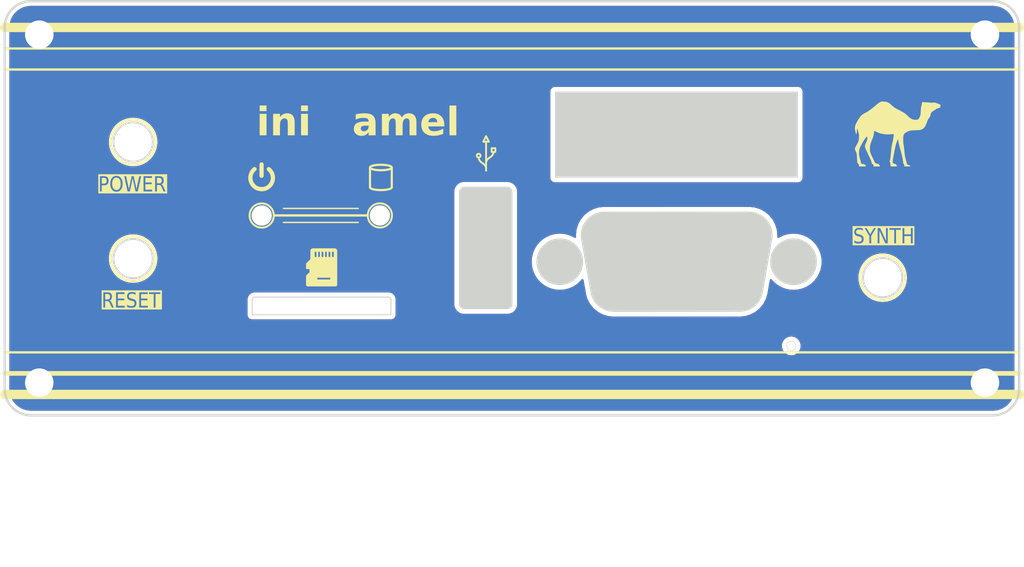
<source format=kicad_pcb>
(kicad_pcb (version 20241229) (generator "pcbnew") (generator_version "9.0")
  (layers (0 "F.Cu" signal) (2 "B.Cu" signal) (13 "F.Paste" user) (15 "B.Paste" user) (5 "F.SilkS" user "F.Silkscreen") (7 "B.SilkS" user "B.Silkscreen") (1 "F.Mask" user) (3 "B.Mask" user) (25 "Edge.Cuts" user))
  (net 0 "")
  (net 1 "GND")
  (footprint "FrontPanel_Parts:108x120mm_outline" (layer "F.Cu") (at 121.71 128.51)
    (property "Reference" "REF**" (hide yes))
    (property "Value" "108x120mm_outline" (hide yes))
    (fp_line (start -44.1 -57.490828) (end -44.1 -21.512276) (stroke (width 0.254)) (layer "Edge.Cuts"))
    (fp_line (start -44.1 -18.826905) (end -44.1 -21.512276) (stroke (width 0.254)) (layer "Edge.Cuts"))
    (fp_line (start 61.590828 -60.3) (end -41.290828 -60.3) (stroke (width 0.254)) (layer "Edge.Cuts"))
    (fp_line (start 61.590828 -16) (end -41.273095 -16) (stroke (width 0.254)) (layer "Edge.Cuts"))
    (fp_line (start 64.4 -21.512229) (end 64.4 -57.490828) (stroke (width 0.254)) (layer "Edge.Cuts"))
    (fp_line (start 64.4 -18.809172) (end 64.4 -21.512229) (stroke (width 0.254)) (layer "Edge.Cuts"))
    (fp_arc (start -44.1 -57.490828) (mid -43.27721 -59.47721) (end -41.290828 -60.3) (stroke (width 0.254)) (layer "Edge.Cuts"))
    (fp_arc (start -41.273095 -16) (mid -43.27202 -16.82798) (end -44.1 -18.826905) (stroke (width 0.254)) (layer "Edge.Cuts"))
    (fp_arc (start 61.590828 -60.3) (mid 63.577204 -59.477204) (end 64.4 -57.490828) (stroke (width 0.254)) (layer "Edge.Cuts"))
    (fp_arc (start 64.4 -18.809172) (mid 63.577204 -16.822796) (end 61.590828 -16) (stroke (width 0.254)) (layer "Edge.Cuts"))
    (pad "1" thru_hole circle (at -40.4 -56.718277) (size 4.064 4.064) (drill 3.048) (layers "*.Cu" "*.Mask") (net 1 "GND"))
    (pad "2" thru_hole circle (at 60.75 -56.718277) (size 4.064 4.064) (drill 3.048) (layers "*.Cu" "*.Mask") (net 1 "GND"))
    (pad "3" thru_hole circle (at -40.4 -19.5) (size 4.064 4.064) (drill 3.048) (layers "*.Cu" "*.Mask") (net 1 "GND"))
    (pad "4" thru_hole circle (at 60.75 -19.5 90) (size 4.064 4.064) (drill 3.048) (layers "*.Cu" "*.Mask") (net 1 "GND"))
  )
  (footprint "FrontPanel_Parts:USB_1P_VERTICAL" (layer "F.Cu") (at 128.76 93.800492)
    (property "Reference" "REF**" (hide yes))
    (property "Value" "USB_1P_VERTICAL" (hide yes))
    (fp_poly (pts (arc (start -2 7.349017) (mid -2.395285 7.185285) (end -2.559017 6.79)) (arc (start -2.559017 -5.190983) (mid -2.395285 -5.586268) (end -2 -5.75)) (arc (start 2.6 -5.75) (mid 2.995279 -5.586267) (end 3.159017 -5.190983)) (arc (start 3.159017 6.789999) (mid 2.995285 7.185284) (end 2.6 7.349017))) (fill yes) (layer "Edge.Cuts"))
  )
  (footprint "FrontPanel_Parts:DB9-15_OUTLINE" (layer "F.Cu") (at 149.2 95.84)
    (property "Reference" "REF**" (hide yes))
    (property "Value" "DB9-15_OUTLINE" (hide yes))
    (fp_circle (center -12.21577 0.23924) (end -9.71578 0.23924) (fill yes) (layer "Edge.Cuts"))
    (fp_circle (center 12.78418 0.23924) (end 15.28417 0.23924) (fill yes) (layer "Edge.Cuts"))
    (fp_poly (pts (xy 8.01432 -5.12372) (xy -7.44158 -5.11178) (xy -7.45047 -5.11991) (xy -7.45073 -5.11991) (xy -7.45098 -5.12016) (xy -7.45479 -5.12143) (xy -7.45835 -5.1227) (xy -7.4586 -5.12245) (xy -7.45885 -5.1227) (xy -7.93891 -5.0752) (xy -7.93993 -5.07469) (xy -7.94095 -5.07495) (xy -8.41415 -4.93144) (xy -8.41491 -4.93068) (xy -8.41618 -4.93068) (xy -8.85204 -4.6975) (xy -8.85281 -4.69674) (xy -8.85382 -4.69623) (xy -9.23609 -4.3828) (xy -9.2366 -4.38178) (xy -9.23762 -4.38127) (xy -9.55131 -3.999) (xy -9.55156 -3.99799) (xy -9.55232 -3.99723) (xy -9.78549 -3.56111) (xy -9.78549 -3.56009) (xy -9.78626 -3.55908) (xy -9.92977 -3.08613) (xy -9.92977 -3.08486) (xy -9.93027 -3.08384) (xy -9.97879 -2.59184) (xy -9.97828 -2.59083) (xy -9.97879 -2.58981) (xy -9.93561 -2.15268) (xy -9.93535 -2.15217) (xy -9.93561 -2.15192) (xy -8.92824 3.50695) (xy -8.90919 3.63217) (xy -8.90869 3.63293) (xy -8.90869 3.6337) (xy -8.78626 4.03756) (xy -8.7855 4.03832) (xy -8.7855 4.03933) (xy -8.55232 4.47545) (xy -8.55156 4.47621) (xy -8.55131 4.47723) (xy -8.23762 4.8595) (xy -8.2366 4.86001) (xy -8.23609 4.86102) (xy -7.85382 5.17471) (xy -7.85281 5.17497) (xy -7.85205 5.17573) (xy -7.41593 5.4089) (xy -7.41491 5.4089) (xy -7.41415 5.40966) (xy -6.94095 5.55317) (xy -6.93993 5.55317) (xy -6.93892 5.55368) (xy -6.44692 5.60194) (xy -6.44641 5.60194) (xy -6.44565 5.6022) (xy 7.01 5.59) (xy 7.01915 5.59813) (xy 7.0194 5.59813) (xy 7.0194 5.59839) (xy 7.02321 5.59966) (xy 7.02677 5.60093) (xy 7.02702 5.60067) (xy 7.02727 5.60093) (xy 7.50733 5.55368) (xy 7.50835 5.55317) (xy 7.50937 5.55317) (xy 7.98257 5.40966) (xy 7.98333 5.4089) (xy 7.9846 5.4089) (xy 8.42046 5.17573) (xy 8.42123 5.17497) (xy 8.42224 5.17471) (xy 8.80451 4.86102) (xy 8.80502 4.86001) (xy 8.80604 4.8595) (xy 9.11973 4.47723) (xy 9.11998 4.47621) (xy 9.12074 4.47545) (xy 9.35391 4.03933) (xy 9.35391 4.03832) (xy 9.35468 4.03756) (xy 9.49819 3.56435) (xy 9.49819 3.56308) (xy 9.49869 3.56232) (xy 9.50403 3.50771) (xy 10.4959 -2.14887) (xy 10.50047 -2.15242) (xy 10.50072 -2.15268) (xy 10.50098 -2.15268) (xy 10.50276 -2.15623) (xy 10.50479 -2.15954) (xy 10.50479 -2.15979) (xy 10.50479 -2.16004) (xy 10.54721 -2.58981) (xy 10.54695 -2.59083) (xy 10.54721 -2.59184) (xy 10.49869 -3.08384) (xy 10.49818 -3.08486) (xy 10.49818 -3.08613) (xy 10.35467 -3.55908) (xy 10.35417 -3.56009) (xy 10.35391 -3.56111) (xy 10.12074 -3.99723) (xy 10.11998 -3.99799) (xy 10.11972 -3.999) (xy 9.80603 -4.38127) (xy 9.80502 -4.38178) (xy 9.80451 -4.3828) (xy 9.42224 -4.69623) (xy 9.42122 -4.69674) (xy 9.42046 -4.6975) (xy 8.9846 -4.93068) (xy 8.98333 -4.93068) (xy 8.98257 -4.93144) (xy 8.50936 -5.07495) (xy 8.50835 -5.07469) (xy 8.50733 -5.0752) (xy 8.01533 -5.12372) (xy 8.01483 -5.12372)) (fill yes) (layer "Edge.Cuts"))
  )
  (footprint "FrontPanel_Parts:0.91 OLED" (layer "F.Cu") (at 152.035001 90.47)
    (property "Reference" "REF**" (hide yes))
    (property "Value" "0.91 OLED" (hide yes))
    (fp_poly (pts (xy -15.560002 -3.39) (xy 10.41 -3.39) (xy 10.41 -12.59) (xy -15.560002 -12.59)) (fill yes) (layer "Edge.Cuts"))
  )
  (footprint "SnipE Footprints:minicamel" (layer "F.Cu") (at 173.13 82.42)
    (property "Reference" "G***" (hide yes))
    (property "Value" "LOGO" (hide yes))
  )
  (footprint "FrontPanel_Parts:MICROSD_OUTLINE" (layer "F.Cu") (at 110.76 102.303 180)
    (property "Reference" "REF**" (hide yes))
    (property "Value" "PI SD CARD" (hide yes))
    (fp_line (start 6.67 2.17) (end 6.67 0.56) (stroke (width 0.1)) (layer "Edge.Cuts"))
    (fp_line (start 6.67 0.56) (end -8.16 0.56) (stroke (width 0.1)) (layer "Edge.Cuts"))
    (fp_line (start -7.889081 2.439081) (end 6.4 2.44) (stroke (width 0.1)) (layer "Edge.Cuts"))
    (fp_line (start -8.16 0.56) (end -8.159081 2.169081) (stroke (width 0.1)) (layer "Edge.Cuts"))
    (fp_arc (start 6.67 2.17) (mid 6.590919 2.360919) (end 6.4 2.44) (stroke (width 0.1)) (layer "Edge.Cuts"))
    (fp_arc (start -7.889081 2.439081) (mid -8.08 2.36) (end -8.159081 2.169081) (stroke (width 0.1)) (layer "Edge.Cuts"))
  )
  (gr_poly (pts (xy 102.189098 80.290559) (xy 104.535784 78.313169) (xy 105.042832 78.313169) (xy 104.15965 82.564949) (xy 103.180724 82.564949) (xy 103.702427 80.054132) (xy 101.803195 81.655388) (xy 100.575142 80.045339) (xy 100.051485 82.564949) (xy 99.530759 82.564949) (xy 100.413941 78.313169) (xy 100.662092 78.313169)) (fill yes) (layer "F.Cu"))
  (gr_poly (pts (xy 113.303886 78.368801) (xy 113.517369 78.432304) (xy 113.679714 78.544655) (xy 113.790921 78.705856) (xy 113.85099 78.915905) (xy 113.862225 79.119115) (xy 113.840731 79.353588) (xy 113.320983 79.353588) (xy 113.320311 79.134746) (xy 113.246141 78.949122) (xy 113.070448 78.857775) (xy 113.005421 78.853378) (xy 112.547221 78.853378) (xy 112.355258 78.897892) (xy 112.214074 78.994062) (xy 112.086579 79.147691) (xy 112.016726 79.329163) (xy 111.52824 81.676826) (xy 111.534575 81.875884) (xy 111.587835 81.977733) (xy 111.74802 82.089732) (xy 111.858456 82.104739) (xy 112.316656 82.104739) (xy 112.512183 82.065172) (xy 112.672316 81.94647) (xy 112.784942 81.774523) (xy 112.851059 81.60453) (xy 113.373739 81.60453) (xy 113.295963 81.839003) (xy 113.199411 82.042213) (xy 113.084082 82.21416) (xy 112.913518 82.38513) (xy 112.713616 82.507251) (xy 112.484375 82.580524) (xy 112.27986 82.603972) (xy 112.225798 82.604949) (xy 111.310375 82.604949) (xy 111.104081 82.582383) (xy 110.906588 82.504378) (xy 110.742487 82.370655) (xy 110.699768 82.319673) (xy 110.6 82.15) (xy 110.54516 81.941173) (xy 110.546216 81.734955) (xy 110.562015 81.637747) (xy 111.046593 79.306693) (xy 111.111362 79.098132) (xy 111.215544 78.90549) (xy 111.341238 78.747617) (xy 111.455944 78.637468) (xy 111.624716 78.513087) (xy 111.801792 78.424244) (xy 112.010929 78.366773) (xy 112.180857 78.353169) (xy 113.096279 78.353169)) (fill yes) (layer "F.Cu"))
  (gr_line (start 116.39 91.125) (end 106.459995 91.125) (stroke (width 0.25)) (layer "F.SilkS"))
  (gr_poly (pts (xy 105.097521 85.442643) (xy 105.108598 85.443467) (xy 105.11958 85.444831) (xy 105.13045 85.446728) (xy 105.141189 85.449149) (xy 105.151778 85.452088) (xy 105.162199 85.455536) (xy 105.172434 85.459486) (xy 105.182464 85.46393) (xy 105.192271 85.468861) (xy 105.201837 85.474271) (xy 105.211142 85.480152) (xy 105.220169 85.486497) (xy 105.228899 85.493298) (xy 105.237314 85.500547) (xy 105.245394 85.508237) (xy 105.253084 85.516319) (xy 105.260334 85.524733) (xy 105.267134 85.533463) (xy 105.273479 85.542491) (xy 105.27936 85.551796) (xy 105.28477 85.561362) (xy 105.289701 85.571169) (xy 105.294145 85.581199) (xy 105.298095 85.591434) (xy 105.301543 85.601855) (xy 105.304482 85.612444) (xy 105.306904 85.623183) (xy 105.3088 85.634052) (xy 105.310165 85.645034) (xy 105.310989 85.656111) (xy 105.311265 85.667263) (xy 105.311265 86.884346) (xy 105.310964 86.89549) (xy 105.310117 86.906557) (xy 105.308732 86.917529) (xy 105.306817 86.928389) (xy 105.304379 86.939116) (xy 105.301426 86.949694) (xy 105.297965 86.960104) (xy 105.294005 86.970328) (xy 105.289552 86.980347) (xy 105.284615 86.990144) (xy 105.279201 86.999699) (xy 105.273317 87.008995) (xy 105.266971 87.018013) (xy 105.260172 87.026735) (xy 105.252926 87.035142) (xy 105.245241 87.043218) (xy 105.237166 87.050903) (xy 105.228758 87.058149) (xy 105.220036 87.064948) (xy 105.211018 87.071294) (xy 105.201722 87.077177) (xy 105.192167 87.082592) (xy 105.182371 87.087529) (xy 105.172352 87.091982) (xy 105.162128 87.095942) (xy 105.151718 87.099403) (xy 105.14114 87.102356) (xy 105.130412 87.104794) (xy 105.119553 87.106709) (xy 105.10858 87.108094) (xy 105.097513 87.108941) (xy 105.086369 87.109242) (xy 105.075225 87.108941) (xy 105.064158 87.108094) (xy 105.053186 87.106709) (xy 105.042327 87.104794) (xy 105.031599 87.102356) (xy 105.021021 87.099403) (xy 105.010611 87.095942) (xy 105.000387 87.091982) (xy 104.990368 87.087529) (xy 104.980571 87.082592) (xy 104.971016 87.077177) (xy 104.96172 87.071294) (xy 104.952702 87.064948) (xy 104.94398 87.058149) (xy 104.935573 87.050903) (xy 104.927497 87.043218) (xy 104.919813 87.035142) (xy 104.912567 87.026735) (xy 104.905767 87.018013) (xy 104.899422 87.008995) (xy 104.893538 86.999699) (xy 104.888124 86.990144) (xy 104.883186 86.980347) (xy 104.878734 86.970328) (xy 104.874773 86.960104) (xy 104.871312 86.949694) (xy 104.868359 86.939116) (xy 104.865921 86.928389) (xy 104.864006 86.917529) (xy 104.862621 86.906557) (xy 104.861775 86.89549) (xy 104.861473 86.884346) (xy 104.861473 85.667263) (xy 104.86175 85.656111) (xy 104.862574 85.645034) (xy 104.863938 85.634052) (xy 104.865835 85.623183) (xy 104.868256 85.612444) (xy 104.871195 85.601855) (xy 104.874643 85.591434) (xy 104.878593 85.581199) (xy 104.883038 85.571169) (xy 104.887968 85.561362) (xy 104.893378 85.551796) (xy 104.899259 85.542491) (xy 104.905604 85.533463) (xy 104.912405 85.524733) (xy 104.919654 85.516319) (xy 104.927344 85.508237) (xy 104.935425 85.500547) (xy 104.943839 85.493298) (xy 104.952569 85.486497) (xy 104.961596 85.480152) (xy 104.970902 85.474271) (xy 104.980467 85.468861) (xy 104.990274 85.46393) (xy 105.000304 85.459486) (xy 105.010539 85.455536) (xy 105.020961 85.452088) (xy 105.03155 85.449149) (xy 105.042289 85.446728) (xy 105.053158 85.444831) (xy 105.064141 85.443467) (xy 105.075217 85.442643) (xy 105.086369 85.442367)) (stroke (width -0.000001)) (fill yes) (layer "F.SilkS"))
  (gr_line (start 115.424998 90.375) (end 107.424998 90.375) (stroke (width 0.15)) (layer "F.SilkS"))
  (gr_line (start 186.11 75.519196) (end 77.61 75.519172) (stroke (width 0.25)) (layer "F.SilkS"))
  (gr_line (start 115.424998 91.875) (end 107.424998 91.875) (stroke (width 0.15)) (layer "F.SilkS"))
  (gr_circle (center 105.1 91.135) (end 106.4 91.135) (stroke (width 0.2)) (fill no) (layer "F.SilkS"))
  (gr_circle (center 91.35 95.74) (end 93.75 95.74) (stroke (width 0.254)) (fill no) (layer "F.SilkS"))
  (gr_line (start 186.11 73.269196) (end 77.61 73.269172) (stroke (width 0.25)) (layer "F.SilkS"))
  (gr_poly (pts (xy 112.913098 94.641799) (xy 112.926781 94.642817) (xy 112.940347 94.644503) (xy 112.953774 94.646845) (xy 112.967039 94.649837) (xy 112.98012 94.653466) (xy 112.992993 94.657726) (xy 113.005636 94.662605) (xy 113.018027 94.668095) (xy 113.030141 94.674186) (xy 113.041958 94.680869) (xy 113.053453 94.688134) (xy 113.064604 94.695972) (xy 113.075388 94.704373) (xy 113.085783 94.713328) (xy 113.095765 94.722827) (xy 113.105265 94.73281) (xy 113.11422 94.743205) (xy 113.122621 94.753989) (xy 113.130459 94.76514) (xy 113.137724 94.776635) (xy 113.144407 94.788451) (xy 113.150498 94.800566) (xy 113.155988 94.812956) (xy 113.160867 94.825599) (xy 113.165126 94.838473) (xy 113.168756 94.851554) (xy 113.171747 94.864819) (xy 113.17409 94.878246) (xy 113.175775 94.891812) (xy 113.176793 94.905495) (xy 113.177135 94.91927) (xy 113.177135 98.530833) (xy 113.176907 98.540017) (xy 113.176229 98.549138) (xy 113.175105 98.558183) (xy 113.173543 98.567134) (xy 113.171549 98.575978) (xy 113.169129 98.584698) (xy 113.16629 98.59328) (xy 113.163037 98.601709) (xy 113.159377 98.609969) (xy 113.155316 98.618046) (xy 113.150861 98.625923) (xy 113.146018 98.633587) (xy 113.140793 98.641021) (xy 113.135192 98.64821) (xy 113.129222 98.65514) (xy 113.122889 98.661795) (xy 113.116234 98.668128) (xy 113.109304 98.674098) (xy 113.102114 98.679699) (xy 113.09468 98.684924) (xy 113.087017 98.689767) (xy 113.07914 98.694222) (xy 113.071063 98.698283) (xy 113.062803 98.701943) (xy 113.054374 98.705196) (xy 113.045792 98.708035) (xy 113.037071 98.710455) (xy 113.028228 98.71245) (xy 113.019276 98.714011) (xy 113.010232 98.715135) (xy 113.001111 98.715813) (xy 112.991927 98.716041) (xy 110.028593 98.716041) (xy 110.019409 98.715813) (xy 110.010288 98.715135) (xy 110.001244 98.714011) (xy 109.992292 98.71245) (xy 109.983449 98.710455) (xy 109.974728 98.708035) (xy 109.966146 98.705196) (xy 109.957717 98.701943) (xy 109.949457 98.698283) (xy 109.941381 98.694222) (xy 109.933503 98.689767) (xy 109.92584 98.684924) (xy 109.918406 98.679699) (xy 109.911216 98.674098) (xy 109.904286 98.668128) (xy 109.897631 98.661795) (xy 109.891298 98.65514) (xy 109.885328 98.64821) (xy 109.879727 98.641021) (xy 109.874502 98.633587) (xy 109.869659 98.625923) (xy 109.865204 98.618046) (xy 109.861143 98.609969) (xy 109.857483 98.601709) (xy 109.85423 98.59328) (xy 109.851391 98.584698) (xy 109.848971 98.575978) (xy 109.846977 98.567134) (xy 109.845415 98.558183) (xy 109.844291 98.549138) (xy 109.843613 98.540017) (xy 109.843385 98.530833) (xy 109.843385 97.836302) (xy 111.047239 97.836302) (xy 111.047239 97.928906) (xy 111.047296 97.931202) (xy 111.047466 97.933482) (xy 111.047746 97.935743) (xy 111.048137 97.937981) (xy 111.048635 97.940192) (xy 111.04924 97.942372) (xy 111.04995 97.944517) (xy 111.050764 97.946625) (xy 111.051679 97.94869) (xy 111.052694 97.950709) (xy 111.053807 97.952678) (xy 111.055018 97.954594) (xy 111.056325 97.956453) (xy 111.057725 97.95825) (xy 111.059217 97.959983) (xy 111.060801 97.961646) (xy 111.062464 97.96323) (xy 111.064197 97.964722) (xy 111.065994 97.966122) (xy 111.067853 97.967429) (xy 111.069769 97.968639) (xy 111.071738 97.969753) (xy 111.073757 97.970768) (xy 111.075822 97.971683) (xy 111.077929 97.972497) (xy 111.080075 97.973206) (xy 111.082255 97.973811) (xy 111.084466 97.97431) (xy 111.086704 97.9747) (xy 111.088965 97.974981) (xy 111.091245 97.975151) (xy 111.093541 97.975208) (xy 112.39 97.975208) (xy 112.392296 97.975151) (xy 112.394576 97.974981) (xy 112.396837 97.9747) (xy 112.399075 97.97431) (xy 112.401286 97.973811) (xy 112.403466 97.973206) (xy 112.405611 97.972497) (xy 112.407718 97.971683) (xy 112.409783 97.970768) (xy 112.411803 97.969753) (xy 112.413772 97.968639) (xy 112.415688 97.967429) (xy 112.417546 97.966122) (xy 112.419344 97.964722) (xy 112.421076 97.96323) (xy 112.42274 97.961646) (xy 112.424323 97.959983) (xy 112.425816 97.95825) (xy 112.427216 97.956453) (xy 112.428522 97.954594) (xy 112.429733 97.952678) (xy 112.430847 97.950709) (xy 112.431862 97.94869) (xy 112.432777 97.946625) (xy 112.43359 97.944517) (xy 112.4343 97.942372) (xy 112.434905 97.940192) (xy 112.435404 97.937981) (xy 112.435794 97.935743) (xy 112.436075 97.933482) (xy 112.436245 97.931202) (xy 112.436301 97.928906) (xy 112.436301 97.836302) (xy 112.436245 97.834006) (xy 112.436075 97.831725) (xy 112.435794 97.829464) (xy 112.435404 97.827226) (xy 112.434905 97.825016) (xy 112.4343 97.822835) (xy 112.43359 97.82069) (xy 112.432777 97.818583) (xy 112.431862 97.816518) (xy 112.430847 97.814498) (xy 112.429733 97.812529) (xy 112.428522 97.810613) (xy 112.427216 97.808755) (xy 112.425816 97.806957) (xy 112.424323 97.805225) (xy 112.42274 97.803561) (xy 112.421076 97.801978) (xy 112.419344 97.800485) (xy 112.417546 97.799085) (xy 112.415688 97.797779) (xy 112.413772 97.796568) (xy 112.411803 97.795454) (xy 112.409783 97.794439) (xy 112.407718 97.793524) (xy 112.405611 97.792711) (xy 112.403466 97.792001) (xy 112.401286 97.791396) (xy 112.399075 97.790897) (xy 112.396837 97.790507) (xy 112.394576 97.790226) (xy 112.392296 97.790056) (xy 112.39 97.79) (xy 111.093541 97.79) (xy 111.091245 97.790056) (xy 111.088965 97.790226) (xy 111.086704 97.790507) (xy 111.084466 97.790897) (xy 111.082255 97.791396) (xy 111.080075 97.792001) (xy 111.077929 97.792711) (xy 111.075822 97.793524) (xy 111.073757 97.794439) (xy 111.071738 97.795454) (xy 111.069769 97.796568) (xy 111.067853 97.797779) (xy 111.065994 97.799085) (xy 111.064197 97.800485) (xy 111.062464 97.801978) (xy 111.060801 97.803561) (xy 111.059217 97.805225) (xy 111.057725 97.806957) (xy 111.056325 97.808755) (xy 111.055018 97.810613) (xy 111.053807 97.812529) (xy 111.052694 97.814498) (xy 111.051679 97.816518) (xy 111.050764 97.818583) (xy 111.04995 97.82069) (xy 111.04924 97.822835) (xy 111.048635 97.825016) (xy 111.048137 97.827226) (xy 111.047746 97.829464) (xy 111.047466 97.831725) (xy 111.047296 97.834006) (xy 111.047239 97.836302) (xy 109.843385 97.836302) (xy 109.843385 97.62396) (xy 109.843557 97.617077) (xy 109.844067 97.610241) (xy 109.84491 97.603462) (xy 109.846081 97.596754) (xy 109.847576 97.590125) (xy 109.84939 97.58359) (xy 109.851518 97.577157) (xy 109.853956 97.57084) (xy 109.856698 97.564649) (xy 109.859741 97.558595) (xy 109.86308 97.55269) (xy 109.866709 97.546946) (xy 109.870624 97.541374) (xy 109.87482 97.535984) (xy 109.879293 97.530789) (xy 109.884038 97.5258) (xy 110.213802 97.196037) (xy 110.213802 96.863958) (xy 109.935989 96.863958) (xy 109.931397 96.863844) (xy 109.926836 96.863505) (xy 109.922314 96.862943) (xy 109.917839 96.862162) (xy 109.913417 96.861165) (xy 109.909057 96.859955) (xy 109.904766 96.858535) (xy 109.900551 96.856909) (xy 109.896421 96.855079) (xy 109.892383 96.853049) (xy 109.888444 96.850821) (xy 109.884612 96.848399) (xy 109.880895 96.845787) (xy 109.877301 96.842986) (xy 109.873836 96.840001) (xy 109.870508 96.836835) (xy 109.867342 96.833507) (xy 109.864357 96.830042) (xy 109.861556 96.826448) (xy 109.858944 96.822731) (xy 109.856522 96.818899) (xy 109.854294 96.81496) (xy 109.852264 96.810922) (xy 109.850434 96.806792) (xy 109.848808 96.802577) (xy 109.847388 96.798286) (xy 109.846178 96.793926) (xy 109.845181 96.789504) (xy 109.8444 96.785029) (xy 109.843838 96.780507) (xy 109.843499 96.775946) (xy 109.843385 96.771354) (xy 109.843385 96.327595) (xy 109.843553 96.320705) (xy 109.844059 96.313863) (xy 109.844899 96.307078) (xy 109.846067 96.300363) (xy 109.84756 96.293729) (xy 109.849373 96.287186) (xy 109.8515 96.280748) (xy 109.853938 96.274424) (xy 109.856681 96.268227) (xy 109.859725 96.262167) (xy 109.863065 96.256257) (xy 109.866696 96.250507) (xy 109.870613 96.244929) (xy 109.874813 96.239535) (xy 109.879289 96.234335) (xy 109.884038 96.229341) (xy 110.306406 95.806974) (xy 110.306406 95.058177) (xy 110.769427 95.058177) (xy 110.769427 95.521198) (xy 110.769484 95.523494) (xy 110.769653 95.525774) (xy 110.769934 95.528035) (xy 110.770325 95.530273) (xy 110.770823 95.532484) (xy 110.771428 95.534664) (xy 110.772138 95.536809) (xy 110.772951 95.538917) (xy 110.773866 95.540982) (xy 110.774881 95.543001) (xy 110.775995 95.54497) (xy 110.777206 95.546886) (xy 110.778512 95.548744) (xy 110.779912 95.550542) (xy 110.781405 95.552274) (xy 110.782988 95.553938) (xy 110.784652 95.555521) (xy 110.786384 95.557014) (xy 110.788182 95.558414) (xy 110.79004 95.55972) (xy 110.791956 95.560931) (xy 110.793926 95.562045) (xy 110.795945 95.56306) (xy 110.79801 95.563975) (xy 110.800117 95.564788) (xy 110.802262 95.565498) (xy 110.804443 95.566103) (xy 110.806653 95.566602) (xy 110.808891 95.566992) (xy 110.811152 95.567273) (xy 110.813433 95.567443) (xy 110.815729 95.5675) (xy 110.908333 95.5675) (xy 110.910629 95.567443) (xy 110.912909 95.567273) (xy 110.91517 95.566992) (xy 110.917408 95.566602) (xy 110.919619 95.566103) (xy 110.921799 95.565498) (xy 110.923945 95.564788) (xy 110.926052 95.563975) (xy 110.928117 95.56306) (xy 110.930136 95.562045) (xy 110.932105 95.560931) (xy 110.934021 95.55972) (xy 110.93588 95.558414) (xy 110.937677 95.557014) (xy 110.93941 95.555521) (xy 110.941073 95.553938) (xy 110.942657 95.552274) (xy 110.944149 95.550542) (xy 110.945549 95.548744) (xy 110.946856 95.546886) (xy 110.948067 95.54497) (xy 110.94918 95.543001) (xy 110.950196 95.540982) (xy 110.95111 95.538917) (xy 110.951924 95.536809) (xy 110.952634 95.534664) (xy 110.953239 95.532484) (xy 110.953737 95.530273) (xy 110.954128 95.528035) (xy 110.954408 95.525774) (xy 110.954578 95.523494) (xy 110.954635 95.521198) (xy 110.954635 95.058177) (xy 111.139843 95.058177) (xy 111.139843 95.521198) (xy 111.1399 95.523494) (xy 111.14007 95.525774) (xy 111.140351 95.528035) (xy 111.140741 95.530273) (xy 111.14124 95.532484) (xy 111.141845 95.534664) (xy 111.142555 95.536809) (xy 111.143368 95.538917) (xy 111.144283 95.540982) (xy 111.145298 95.543001) (xy 111.146412 95.54497) (xy 111.147623 95.546886) (xy 111.148929 95.548744) (xy 111.150329 95.550542) (xy 111.151822 95.552274) (xy 111.153405 95.553938) (xy 111.155069 95.555521) (xy 111.156801 95.557014) (xy 111.158598 95.558414) (xy 111.160457 95.55972) (xy 111.162373 95.560931) (xy 111.164342 95.562045) (xy 111.166361 95.56306) (xy 111.168426 95.563975) (xy 111.170534 95.564788) (xy 111.172679 95.565498) (xy 111.174859 95.566103) (xy 111.17707 95.566602) (xy 111.179308 95.566992) (xy 111.181569 95.567273) (xy 111.183849 95.567443) (xy 111.186145 95.5675) (xy 111.27875 95.5675) (xy 111.281046 95.567443) (xy 111.283326 95.567273) (xy 111.285587 95.566992) (xy 111.287825 95.566602) (xy 111.290036 95.566103) (xy 111.292216 95.565498) (xy 111.294361 95.564788) (xy 111.296469 95.563975) (xy 111.298534 95.56306) (xy 111.300553 95.562045) (xy 111.302522 95.560931) (xy 111.304438 95.55972) (xy 111.306296 95.558414) (xy 111.308094 95.557014) (xy 111.309826 95.555521) (xy 111.31149 95.553938) (xy 111.313073 95.552274) (xy 111.314566 95.550542) (xy 111.315966 95.548744) (xy 111.317272 95.546886) (xy 111.318483 95.54497) (xy 111.319597 95.543001) (xy 111.320612 95.540982) (xy 111.321527 95.538917) (xy 111.32234 95.536809) (xy 111.32305 95.534664) (xy 111.323655 95.532484) (xy 111.324154 95.530273) (xy 111.324544 95.528035) (xy 111.324825 95.525774) (xy 111.324995 95.523494) (xy 111.325052 95.521198) (xy 111.325052 95.058177) (xy 111.51026 95.058177) (xy 111.51026 95.521198) (xy 111.510317 95.523494) (xy 111.510486 95.525774) (xy 111.510767 95.528035) (xy 111.511158 95.530273) (xy 111.511656 95.532484) (xy 111.512261 95.534664) (xy 111.512971 95.536809) (xy 111.513784 95.538917) (xy 111.514699 95.540982) (xy 111.515715 95.543001) (xy 111.516828 95.54497) (xy 111.518039 95.546886) (xy 111.519345 95.548744) (xy 111.520746 95.550542) (xy 111.522238 95.552274) (xy 111.523821 95.553938) (xy 111.525485 95.555521) (xy 111.527218 95.557014) (xy 111.529015 95.558414) (xy 111.530874 95.55972) (xy 111.532789 95.560931) (xy 111.534759 95.562045) (xy 111.536778 95.56306) (xy 111.538843 95.563975) (xy 111.54095 95.564788) (xy 111.543096 95.565498) (xy 111.545276 95.566103) (xy 111.547487 95.566602) (xy 111.549725 95.566992) (xy 111.551986 95.567273) (xy 111.554266 95.567443) (xy 111.556562 95.5675) (xy 111.649166 95.5675) (xy 111.651462 95.567443) (xy 111.653743 95.567273) (xy 111.656004 95.566992) (xy 111.658241 95.566602) (xy 111.660452 95.566103) (xy 111.662632 95.565498) (xy 111.664778 95.564788) (xy 111.666885 95.563975) (xy 111.66895 95.56306) (xy 111.670969 95.562045) (xy 111.672939 95.560931) (xy 111.674855 95.55972) (xy 111.676713 95.558414) (xy 111.678511 95.557014) (xy 111.680243 95.555521) (xy 111.681907 95.553938) (xy 111.68349 95.552274) (xy 111.684983 95.550542) (xy 111.686383 95.548744) (xy 111.687689 95.546886) (xy 111.6889 95.54497) (xy 111.690014 95.543001) (xy 111.691029 95.540982) (xy 111.691944 95.538917) (xy 111.692757 95.536809) (xy 111.693467 95.534664) (xy 111.694072 95.532484) (xy 111.69457 95.530273) (xy 111.694961 95.528035) (xy 111.695242 95.525774) (xy 111.695411 95.523494) (xy 111.695468 95.521198) (xy 111.695468 95.058177) (xy 111.880677 95.058177) (xy 111.880677 95.521198) (xy 111.880733 95.523494) (xy 111.880903 95.525774) (xy 111.881184 95.528035) (xy 111.881574 95.530273) (xy 111.882073 95.532484) (xy 111.882678 95.534664) (xy 111.883388 95.536809) (xy 111.884201 95.538917) (xy 111.885116 95.540982) (xy 111.886131 95.543001) (xy 111.887245 95.54497) (xy 111.888456 95.546886) (xy 111.889762 95.548744) (xy 111.891162 95.550542) (xy 111.892655 95.552274) (xy 111.894238 95.553938) (xy 111.895902 95.555521) (xy 111.897634 95.557014) (xy 111.899432 95.558414) (xy 111.90129 95.55972) (xy 111.903206 95.560931) (xy 111.905175 95.562045) (xy 111.907195 95.56306) (xy 111.90926 95.563975) (xy 111.911367 95.564788) (xy 111.913512 95.565498) (xy 111.915692 95.566103) (xy 111.917903 95.566602) (xy 111.920141 95.566992) (xy 111.922402 95.567273) (xy 111.924683 95.567443) (xy 111.926979 95.5675) (xy 112.019583 95.5675) (xy 112.021879 95.567443) (xy 112.024159 95.567273) (xy 112.02642 95.566992) (xy 112.028658 95.566602) (xy 112.030869 95.566103) (xy 112.033049 95.565498) (xy 112.035195 95.564788) (xy 112.037302 95.563975) (xy 112.039367 95.56306) (xy 112.041386 95.562045) (xy 112.043355 95.560931) (xy 112.045271 95.55972) (xy 112.04713 95.558414) (xy 112.048927 95.557014) (xy 112.05066 95.555521) (xy 112.052323 95.553938) (xy 112.053907 95.552274) (xy 112.055399 95.550542) (xy 112.056799 95.548744) (xy 112.058106 95.546886) (xy 112.059316 95.54497) (xy 112.06043 95.543001) (xy 112.061445 95.540982) (xy 112.06236 95.538917) (xy 112.063174 95.536809) (xy 112.063883 95.534664) (xy 112.064488 95.532484) (xy 112.064987 95.530273) (xy 112.065377 95.528035) (xy 112.065658 95.525774) (xy 112.065828 95.523494) (xy 112.065885 95.521198) (xy 112.065885 95.058177) (xy 112.251093 95.058177) (xy 112.251093 95.521198) (xy 112.25115 95.523494) (xy 112.25132 95.525774) (xy 112.251601 95.528035) (xy 112.251991 95.530273) (xy 112.25249 95.532484) (xy 112.253095 95.534664) (xy 112.253805 95.536809) (xy 112.254618 95.538917) (xy 112.255533 95.540982) (xy 112.256548 95.543001) (xy 112.257662 95.54497) (xy 112.258872 95.546886) (xy 112.260179 95.548744) (xy 112.261579 95.550542) (xy 112.263071 95.552274) (xy 112.264655 95.553938) (xy 112.266318 95.555521) (xy 112.268051 95.557014) (xy 112.269848 95.558414) (xy 112.271707 95.55972) (xy 112.273623 95.560931) (xy 112.275592 95.562045) (xy 112.277611 95.56306) (xy 112.279676 95.563975) (xy 112.281784 95.564788) (xy 112.283929 95.565498) (xy 112.286109 95.566103) (xy 112.28832 95.566602) (xy 112.290558 95.566992) (xy 112.292819 95.567273) (xy 112.295099 95.567443) (xy 112.297395 95.5675) (xy 112.39 95.5675) (xy 112.392296 95.567443) (xy 112.394576 95.567273) (xy 112.396837 95.566992) (xy 112.399075 95.566602) (xy 112.401286 95.566103) (xy 112.403466 95.565498) (xy 112.405611 95.564788) (xy 112.407718 95.563975) (xy 112.409783 95.56306) (xy 112.411803 95.562045) (xy 112.413772 95.560931) (xy 112.415688 95.55972) (xy 112.417546 95.558414) (xy 112.419344 95.557014) (xy 112.421076 95.555521) (xy 112.42274 95.553938) (xy 112.424323 95.552274) (xy 112.425816 95.550542) (xy 112.427216 95.548744) (xy 112.428522 95.546886) (xy 112.429733 95.54497) (xy 112.430847 95.543001) (xy 112.431862 95.540982) (xy 112.432777 95.538917) (xy 112.43359 95.536809) (xy 112.4343 95.534664) (xy 112.434905 95.532484) (xy 112.435404 95.530273) (xy 112.435794 95.528035) (xy 112.436075 95.525774) (xy 112.436245 95.523494) (xy 112.436301 95.521198) (xy 112.436301 95.058177) (xy 112.62151 95.058177) (xy 112.62151 95.521198) (xy 112.621567 95.523494) (xy 112.621736 95.525774) (xy 112.622017 95.528035) (xy 112.622408 95.530273) (xy 112.622906 95.532484) (xy 112.623511 95.534664) (xy 112.624221 95.536809) (xy 112.625034 95.538917) (xy 112.625949 95.540982) (xy 112.626964 95.543001) (xy 112.628078 95.54497) (xy 112.629289 95.546886) (xy 112.630595 95.548744) (xy 112.631995 95.550542) (xy 112.633488 95.552274) (xy 112.635071 95.553938) (xy 112.636735 95.555521) (xy 112.638468 95.557014) (xy 112.640265 95.558414) (xy 112.642124 95.55972) (xy 112.644039 95.560931) (xy 112.646009 95.562045) (xy 112.648028 95.56306) (xy 112.650093 95.563975) (xy 112.6522 95.564788) (xy 112.654346 95.565498) (xy 112.656526 95.566103) (xy 112.658737 95.566602) (xy 112.660975 95.566992) (xy 112.663236 95.567273) (xy 112.665516 95.567443) (xy 112.667812 95.5675) (xy 112.760416 95.5675) (xy 112.762712 95.567443) (xy 112.764992 95.567273) (xy 112.767253 95.566992) (xy 112.769491 95.566602) (xy 112.771702 95.566103) (xy 112.773882 95.565498) (xy 112.776028 95.564788) (xy 112.778135 95.563975) (xy 112.7802 95.56306) (xy 112.782219 95.562045) (xy 112.784189 95.560931) (xy 112.786105 95.55972) (xy 112.787963 95.558414) (xy 112.78976 95.557014) (xy 112.791493 95.555521) (xy 112.793157 95.553938) (xy 112.79474 95.552274) (xy 112.796233 95.550542) (xy 112.797633 95.548744) (xy 112.798939 95.546886) (xy 112.80015 95.54497) (xy 112.801264 95.543001) (xy 112.802279 95.540982) (xy 112.803194 95.538917) (xy 112.804007 95.536809) (xy 112.804717 95.534664) (xy 112.805322 95.532484) (xy 112.80582 95.530273) (xy 112.806211 95.528035) (xy 112.806492 95.525774) (xy 112.806661 95.523494) (xy 112.806718 95.521198) (xy 112.806718 95.058177) (xy 112.806661 95.055881) (xy 112.806492 95.0536) (xy 112.806211 95.051339) (xy 112.80582 95.049101) (xy 112.805322 95.046891) (xy 112.804717 95.04471) (xy 112.804007 95.042565) (xy 112.803194 95.040458) (xy 112.802279 95.038393) (xy 112.801264 95.036374) (xy 112.80015 95.034404) (xy 112.798939 95.032488) (xy 112.797633 95.03063) (xy 112.796233 95.028832) (xy 112.79474 95.0271) (xy 112.793157 95.025436) (xy 112.791493 95.023853) (xy 112.78976 95.02236) (xy 112.787963 95.02096) (xy 112.786105 95.019654) (xy 112.784189 95.018443) (xy 112.782219 95.017329) (xy 112.7802 95.016314) (xy 112.778135 95.015399) (xy 112.776028 95.014586) (xy 112.773882 95.013876) (xy 112.771702 95.013271) (xy 112.769491 95.012773) (xy 112.767253 95.012382) (xy 112.764992 95.012101) (xy 112.762712 95.011932) (xy 112.760416 95.011875) (xy 112.667812 95.011875) (xy 112.665516 95.011932) (xy 112.663236 95.012101) (xy 112.660975 95.012382) (xy 112.658737 95.012773) (xy 112.656526 95.013271) (xy 112.654346 95.013876) (xy 112.6522 95.014586) (xy 112.650093 95.015399) (xy 112.648028 95.016314) (xy 112.646009 95.017329) (xy 112.644039 95.018443) (xy 112.642124 95.019654) (xy 112.640265 95.02096) (xy 112.638468 95.02236) (xy 112.636735 95.023853) (xy 112.635071 95.025436) (xy 112.633488 95.0271) (xy 112.631995 95.028832) (xy 112.630595 95.03063) (xy 112.629289 95.032488) (xy 112.628078 95.034404) (xy 112.626964 95.036374) (xy 112.625949 95.038393) (xy 112.625034 95.040458) (xy 112.624221 95.042565) (xy 112.623511 95.04471) (xy 112.622906 95.046891) (xy 112.622408 95.049101) (xy 112.622017 95.051339) (xy 112.621736 95.0536) (xy 112.621567 95.055881) (xy 112.62151 95.058177) (xy 112.436301 95.058177) (xy 112.436245 95.055881) (xy 112.436075 95.0536) (xy 112.435794 95.051339) (xy 112.435404 95.049101) (xy 112.434905 95.046891) (xy 112.4343 95.04471) (xy 112.43359 95.042565) (xy 112.432777 95.040458) (xy 112.431862 95.038393) (xy 112.430847 95.036374) (xy 112.429733 95.034404) (xy 112.428522 95.032488) (xy 112.427216 95.03063) (xy 112.425816 95.028832) (xy 112.424323 95.0271) (xy 112.42274 95.025436) (xy 112.421076 95.023853) (xy 112.419344 95.02236) (xy 112.417546 95.02096) (xy 112.415688 95.019654) (xy 112.413772 95.018443) (xy 112.411803 95.017329) (xy 112.409783 95.016314) (xy 112.407718 95.015399) (xy 112.405611 95.014586) (xy 112.403466 95.013876) (xy 112.401286 95.013271) (xy 112.399075 95.012773) (xy 112.396837 95.012382) (xy 112.394576 95.012101) (xy 112.392296 95.011932) (xy 112.39 95.011875) (xy 112.297395 95.011875) (xy 112.295099 95.011932) (xy 112.292819 95.012101) (xy 112.290558 95.012382) (xy 112.28832 95.012773) (xy 112.286109 95.013271) (xy 112.283929 95.013876) (xy 112.281784 95.014586) (xy 112.279676 95.015399) (xy 112.277611 95.016314) (xy 112.275592 95.017329) (xy 112.273623 95.018443) (xy 112.271707 95.019654) (xy 112.269848 95.02096) (xy 112.268051 95.02236) (xy 112.266318 95.023853) (xy 112.264655 95.025436) (xy 112.263071 95.0271) (xy 112.261579 95.028832) (xy 112.260179 95.03063) (xy 112.258872 95.032488) (xy 112.257662 95.034404) (xy 112.256548 95.036374) (xy 112.255533 95.038393) (xy 112.254618 95.040458) (xy 112.253805 95.042565) (xy 112.253095 95.04471) (xy 112.25249 95.046891) (xy 112.251991 95.049101) (xy 112.251601 95.051339) (xy 112.25132 95.0536) (xy 112.25115 95.055881) (xy 112.251093 95.058177) (xy 112.065885 95.058177) (xy 112.065828 95.055881) (xy 112.065658 95.0536) (xy 112.065377 95.051339) (xy 112.064987 95.049101) (xy 112.064488 95.046891) (xy 112.063883 95.04471) (xy 112.063174 95.042565) (xy 112.06236 95.040458) (xy 112.061445 95.038393) (xy 112.06043 95.036374) (xy 112.059316 95.034404) (xy 112.058106 95.032488) (xy 112.056799 95.03063) (xy 112.055399 95.028832) (xy 112.053907 95.0271) (xy 112.052323 95.025436) (xy 112.05066 95.023853) (xy 112.048927 95.02236) (xy 112.04713 95.02096) (xy 112.045271 95.019654) (xy 112.043355 95.018443) (xy 112.041386 95.017329) (xy 112.039367 95.016314) (xy 112.037302 95.015399) (xy 112.035195 95.014586) (xy 112.033049 95.013876) (xy 112.030869 95.013271) (xy 112.028658 95.012773) (xy 112.02642 95.012382) (xy 112.024159 95.012101) (xy 112.021879 95.011932) (xy 112.019583 95.011875) (xy 111.926979 95.011875) (xy 111.924683 95.011932) (xy 111.922402 95.012101) (xy 111.920141 95.012382) (xy 111.917903 95.012773) (xy 111.915692 95.013271) (xy 111.913512 95.013876) (xy 111.911367 95.014586) (xy 111.90926 95.015399) (xy 111.907195 95.016314) (xy 111.905175 95.017329) (xy 111.903206 95.018443) (xy 111.90129 95.019654) (xy 111.899432 95.02096) (xy 111.897634 95.02236) (xy 111.895902 95.023853) (xy 111.894238 95.025436) (xy 111.892655 95.0271) (xy 111.891162 95.028832) (xy 111.889762 95.03063) (xy 111.888456 95.032488) (xy 111.887245 95.034404) (xy 111.886131 95.036374) (xy 111.885116 95.038393) (xy 111.884201 95.040458) (xy 111.883388 95.042565) (xy 111.882678 95.04471) (xy 111.882073 95.046891) (xy 111.881574 95.049101) (xy 111.881184 95.051339) (xy 111.880903 95.0536) (xy 111.880733 95.055881) (xy 111.880677 95.058177) (xy 111.695468 95.058177) (xy 111.695411 95.055881) (xy 111.695242 95.0536) (xy 111.694961 95.051339) (xy 111.69457 95.049101) (xy 111.694072 95.046891) (xy 111.693467 95.04471) (xy 111.692757 95.042565) (xy 111.691944 95.040458) (xy 111.691029 95.038393) (xy 111.690014 95.036374) (xy 111.6889 95.034404) (xy 111.687689 95.032488) (xy 111.686383 95.03063) (xy 111.684983 95.028832) (xy 111.68349 95.0271) (xy 111.681907 95.025436) (xy 111.680243 95.023853) (xy 111.678511 95.02236) (xy 111.676713 95.02096) (xy 111.674855 95.019654) (xy 111.672939 95.018443) (xy 111.670969 95.017329) (xy 111.66895 95.016314) (xy 111.666885 95.015399) (xy 111.664778 95.014586) (xy 111.662632 95.013876) (xy 111.660452 95.013271) (xy 111.658241 95.012773) (xy 111.656004 95.012382) (xy 111.653743 95.012101) (xy 111.651462 95.011932) (xy 111.649166 95.011875) (xy 111.556562 95.011875) (xy 111.554266 95.011932) (xy 111.551986 95.012101) (xy 111.549725 95.012382) (xy 111.547487 95.012773) (xy 111.545276 95.013271) (xy 111.543096 95.013876) (xy 111.54095 95.014586) (xy 111.538843 95.015399) (xy 111.536778 95.016314) (xy 111.534759 95.017329) (xy 111.532789 95.018443) (xy 111.530874 95.019654) (xy 111.529015 95.02096) (xy 111.527218 95.02236) (xy 111.525485 95.023853) (xy 111.523821 95.025436) (xy 111.522238 95.0271) (xy 111.520746 95.028832) (xy 111.519345 95.03063) (xy 111.518039 95.032488) (xy 111.516828 95.034404) (xy 111.515715 95.036374) (xy 111.514699 95.038393) (xy 111.513784 95.040458) (xy 111.512971 95.042565) (xy 111.512261 95.04471) (xy 111.511656 95.046891) (xy 111.511158 95.049101) (xy 111.510767 95.051339) (xy 111.510486 95.0536) (xy 111.510317 95.055881) (xy 111.51026 95.058177) (xy 111.325052 95.058177) (xy 111.324995 95.055881) (xy 111.324825 95.0536) (xy 111.324544 95.051339) (xy 111.324154 95.049101) (xy 111.323655 95.046891) (xy 111.32305 95.04471) (xy 111.32234 95.042565) (xy 111.321527 95.040458) (xy 111.320612 95.038393) (xy 111.319597 95.036374) (xy 111.318483 95.034404) (xy 111.317272 95.032488) (xy 111.315966 95.03063) (xy 111.314566 95.028832) (xy 111.313073 95.0271) (xy 111.31149 95.025436) (xy 111.309826 95.023853) (xy 111.308094 95.02236) (xy 111.306296 95.02096) (xy 111.304438 95.019654) (xy 111.302522 95.018443) (xy 111.300553 95.017329) (xy 111.298534 95.016314) (xy 111.296469 95.015399) (xy 111.294361 95.014586) (xy 111.292216 95.013876) (xy 111.290036 95.013271) (xy 111.287825 95.012773) (xy 111.285587 95.012382) (xy 111.283326 95.012101) (xy 111.281046 95.011932) (xy 111.27875 95.011875) (xy 111.186145 95.011875) (xy 111.183849 95.011932) (xy 111.181569 95.012101) (xy 111.179308 95.012382) (xy 111.17707 95.012773) (xy 111.174859 95.013271) (xy 111.172679 95.013876) (xy 111.170534 95.014586) (xy 111.168426 95.015399) (xy 111.166361 95.016314) (xy 111.164342 95.017329) (xy 111.162373 95.018443) (xy 111.160457 95.019654) (xy 111.158598 95.02096) (xy 111.156801 95.02236) (xy 111.155069 95.023853) (xy 111.153405 95.025436) (xy 111.151822 95.0271) (xy 111.150329 95.028832) (xy 111.148929 95.03063) (xy 111.147623 95.032488) (xy 111.146412 95.034404) (xy 111.145298 95.036374) (xy 111.144283 95.038393) (xy 111.143368 95.040458) (xy 111.142555 95.042565) (xy 111.141845 95.04471) (xy 111.14124 95.046891) (xy 111.140741 95.049101) (xy 111.140351 95.051339) (xy 111.14007 95.0536) (xy 111.1399 95.055881) (xy 111.139843 95.058177) (xy 110.954635 95.058177) (xy 110.954578 95.055881) (xy 110.954408 95.0536) (xy 110.954128 95.051339) (xy 110.953737 95.049101) (xy 110.953239 95.046891) (xy 110.952634 95.04471) (xy 110.951924 95.042565) (xy 110.95111 95.040458) (xy 110.950196 95.038393) (xy 110.94918 95.036374) (xy 110.948067 95.034404) (xy 110.946856 95.032488) (xy 110.945549 95.03063) (xy 110.944149 95.028832) (xy 110.942657 95.0271) (xy 110.941073 95.025436) (xy 110.93941 95.023853) (xy 110.937677 95.02236) (xy 110.93588 95.02096) (xy 110.934021 95.019654) (xy 110.932105 95.018443) (xy 110.930136 95.017329) (xy 110.928117 95.016314) (xy 110.926052 95.015399) (xy 110.923945 95.014586) (xy 110.921799 95.013876) (xy 110.919619 95.013271) (xy 110.917408 95.012773) (xy 110.91517 95.012382) (xy 110.912909 95.012101) (xy 110.910629 95.011932) (xy 110.908333 95.011875) (xy 110.815729 95.011875) (xy 110.813433 95.011932) (xy 110.811152 95.012101) (xy 110.808891 95.012382) (xy 110.806653 95.012773) (xy 110.804443 95.013271) (xy 110.802262 95.013876) (xy 110.800117 95.014586) (xy 110.79801 95.015399) (xy 110.795945 95.016314) (xy 110.793926 95.017329) (xy 110.791956 95.018443) (xy 110.79004 95.019654) (xy 110.788182 95.02096) (xy 110.786384 95.02236) (xy 110.784652 95.023853) (xy 110.782988 95.025436) (xy 110.781405 95.0271) (xy 110.779912 95.028832) (xy 110.778512 95.03063) (xy 110.777206 95.032488) (xy 110.775995 95.034404) (xy 110.774881 95.036374) (xy 110.773866 95.038393) (xy 110.772951 95.040458) (xy 110.772138 95.042565) (xy 110.771428 95.04471) (xy 110.770823 95.046891) (xy 110.770325 95.049101) (xy 110.769934 95.051339) (xy 110.769653 95.0536) (xy 110.769484 95.055881) (xy 110.769427 95.058177) (xy 110.306406 95.058177) (xy 110.306406 94.919271) (xy 110.306747 94.905495) (xy 110.307765 94.891812) (xy 110.30945 94.878246) (xy 110.311793 94.864819) (xy 110.314784 94.851554) (xy 110.318414 94.838473) (xy 110.322674 94.8256) (xy 110.327553 94.812956) (xy 110.333043 94.800566) (xy 110.339134 94.788451) (xy 110.345817 94.776635) (xy 110.353082 94.76514) (xy 110.360919 94.753989) (xy 110.36932 94.743205) (xy 110.378276 94.73281) (xy 110.387775 94.722827) (xy 110.397758 94.713328) (xy 110.408152 94.704373) (xy 110.418937 94.695972) (xy 110.430088 94.688134) (xy 110.441583 94.680869) (xy 110.453399 94.674186) (xy 110.465514 94.668095) (xy 110.477904 94.662605) (xy 110.490547 94.657726) (xy 110.503421 94.653466) (xy 110.516501 94.649837) (xy 110.529767 94.646845) (xy 110.543194 94.644503) (xy 110.55676 94.642817) (xy 110.570442 94.641799) (xy 110.584218 94.641458) (xy 112.899322 94.641458)) (stroke (width -0.000001)) (fill yes) (layer "F.SilkS"))
  (gr_line (start 186.11 71.019196) (end 77.61 71.019172) (stroke (width 1)) (layer "F.SilkS"))
  (gr_line (start 186.14 105.770024) (end 77.64 105.77) (stroke (width 0.25)) (layer "F.SilkS"))
  (gr_poly (pts (xy 129.104266 82.545327) (xy 129.107735 82.545539) (xy 129.111179 82.545872) (xy 129.114596 82.546322) (xy 129.117983 82.546888) (xy 129.121337 82.54757) (xy 129.124657 82.548364) (xy 129.127939 82.549269) (xy 129.131181 82.550285) (xy 129.13438 82.551409) (xy 129.137533 82.552639) (xy 129.140639 82.553975) (xy 129.143695 82.555414) (xy 129.146697 82.556954) (xy 129.149644 82.558595) (xy 129.152533 82.560335) (xy 129.155361 82.562172) (xy 129.158126 82.564104) (xy 129.160825 82.566129) (xy 129.163455 82.568247) (xy 129.166015 82.570456) (xy 129.168501 82.572754) (xy 129.170911 82.575139) (xy 129.173243 82.577609) (xy 129.175493 82.580164) (xy 129.177659 82.582802) (xy 129.17974 82.58552) (xy 129.181731 82.588318) (xy 129.18363 82.591193) (xy 129.185436 82.594145) (xy 129.187145 82.597171) (xy 129.188754 82.60027) (xy 129.486411 83.195583) (xy 129.489078 83.201411) (xy 129.491347 83.207354) (xy 129.493221 83.213393) (xy 129.4947 83.219509) (xy 129.495784 83.225683) (xy 129.496474 83.231895) (xy 129.496772 83.238128) (xy 129.496678 83.244362) (xy 129.496194 83.250577) (xy 129.495319 83.256755) (xy 129.494056 83.262877) (xy 129.492404 83.268924) (xy 129.490365 83.274876) (xy 129.487939 83.280715) (xy 129.485128 83.286422) (xy 129.481932 83.291978) (xy 129.478385 83.297316) (xy 129.474532 83.302378) (xy 129.470387 83.307154) (xy 129.46597 83.311634) (xy 129.461295 83.31581) (xy 129.456379 83.319671) (xy 129.45124 83.32321) (xy 129.445893 83.326416) (xy 129.440356 83.32928) (xy 129.434645 83.331794) (xy 129.428777 83.333947) (xy 129.422768 83.335731) (xy 129.416634 83.337136) (xy 129.410394 83.338153) (xy 129.404062 83.338772) (xy 129.397656 83.338985) (xy 129.199219 83.338985) (xy 129.199219 85.050896) (xy 129.223897 85.024371) (xy 129.250053 84.997996) (xy 129.277756 84.971788) (xy 129.307072 84.945767) (xy 129.338071 84.919952) (xy 129.370819 84.894362) (xy 129.405386 84.869016) (xy 129.44184 84.843932) (xy 129.48234 84.816079) (xy 129.519763 84.788607) (xy 129.554218 84.76149) (xy 129.585816 84.734706) (xy 129.614666 84.708229) (xy 129.640878 84.682035) (xy 129.664562 84.656101) (xy 129.685829 84.630402) (xy 129.704789 84.604915) (xy 129.721551 84.579615) (xy 129.736225 84.554477) (xy 129.748921 84.529479) (xy 129.759749 84.504595) (xy 129.76882 84.479802) (xy 129.776244 84.455075) (xy 129.782129 84.430391) (xy 129.695303 84.430391) (xy 129.690197 84.430261) (xy 129.685159 84.429877) (xy 129.680193 84.429245) (xy 129.675308 84.428372) (xy 129.670508 84.427263) (xy 129.6658 84.425925) (xy 129.66119 84.424365) (xy 129.656685 84.422588) (xy 129.65229 84.4206) (xy 129.648012 84.418409) (xy 129.643858 84.416019) (xy 129.639833 84.413438) (xy 129.635943 84.410672) (xy 129.632195 84.407726) (xy 129.628596 84.404607) (xy 129.62515 84.401322) (xy 129.621865 84.397876) (xy 129.618747 84.394276) (xy 129.615802 84.390528) (xy 129.613036 84.386638) (xy 129.610456 84.382613) (xy 129.608067 84.378458) (xy 129.605876 84.374181) (xy 129.60389 84.369786) (xy 129.602113 84.365281) (xy 129.600554 84.360672) (xy 129.599217 84.355964) (xy 129.598109 84.351164) (xy 129.597237 84.346279) (xy 129.596606 84.341315) (xy 129.596223 84.336277) (xy 129.596094 84.331172) (xy 129.596094 84.231954) (xy 129.794531 84.231954) (xy 129.992969 84.231954) (xy 129.992969 84.033516) (xy 129.794531 84.033516) (xy 129.794531 84.231954) (xy 129.596094 84.231954) (xy 129.596094 83.934297) (xy 129.596223 83.929192) (xy 129.596607 83.924153) (xy 129.597238 83.919188) (xy 129.598111 83.914302) (xy 129.599219 83.909502) (xy 129.600557 83.904794) (xy 129.602117 83.900184) (xy 129.603894 83.895679) (xy 129.605881 83.891284) (xy 129.608072 83.887006) (xy 129.610461 83.882851) (xy 129.613042 83.878826) (xy 129.615808 83.874936) (xy 129.618754 83.871188) (xy 129.621872 83.867588) (xy 129.625157 83.864142) (xy 129.628603 83.860857) (xy 129.632203 83.857738) (xy 129.635951 83.854793) (xy 129.639841 83.852027) (xy 129.643866 83.849446) (xy 129.648021 83.847057) (xy 129.652299 83.844866) (xy 129.656694 83.842878) (xy 129.661199 83.841102) (xy 129.665809 83.839542) (xy 129.670517 83.838204) (xy 129.675318 83.837096) (xy 129.680203 83.836223) (xy 129.685169 83.835592) (xy 129.690207 83.835208) (xy 129.695313 83.835079) (xy 130.092198 83.835079) (xy 130.097303 83.835209) (xy 130.102342 83.835593) (xy 130.107307 83.836225) (xy 130.112193 83.837098) (xy 130.116993 83.838207) (xy 130.121701 83.839544) (xy 130.12631 83.841105) (xy 130.130816 83.842882) (xy 130.13521 83.84487) (xy 130.139488 83.847061) (xy 130.143642 83.849451) (xy 130.147668 83.852032) (xy 130.151557 83.854798) (xy 130.155305 83.857744) (xy 130.158905 83.860863) (xy 130.16235 83.864148) (xy 130.165635 83.867594) (xy 130.168753 83.871194) (xy 130.171698 83.874942) (xy 130.174464 83.878832) (xy 130.177044 83.882857) (xy 130.179433 83.887011) (xy 130.181624 83.891289) (xy 130.183611 83.895684) (xy 130.185387 83.900189) (xy 130.186946 83.904798) (xy 130.188283 83.909506) (xy 130.189391 83.914305) (xy 130.190263 83.91919) (xy 130.190894 83.924155) (xy 130.191277 83.929193) (xy 130.191406 83.934297) (xy 130.191406 84.331172) (xy 130.191277 84.336278) (xy 130.190893 84.341316) (xy 130.190262 84.346282) (xy 130.189389 84.351168) (xy 130.188281 84.355968) (xy 130.186943 84.360676) (xy 130.185383 84.365286) (xy 130.183607 84.369791) (xy 130.18162 84.374186) (xy 130.179428 84.378464) (xy 130.177039 84.382619) (xy 130.174458 84.386644) (xy 130.171692 84.390534) (xy 130.168747 84.394282) (xy 130.165628 84.397882) (xy 130.162343 84.401328) (xy 130.158897 84.404613) (xy 130.155297 84.407731) (xy 130.151549 84.410677) (xy 130.147659 84.413443) (xy 130.143634 84.416024) (xy 130.139479 84.418413) (xy 130.135201 84.420604) (xy 130.130806 84.422591) (xy 130.126301 84.424368) (xy 130.121691 84.425928) (xy 130.116983 84.427266) (xy 130.112183 84.428374) (xy 130.107297 84.429247) (xy 130.102332 84.429878) (xy 130.097293 84.430262) (xy 130.092188 84.430391) (xy 129.984055 84.430391) (xy 129.976884 84.467733) (xy 129.967348 84.505057) (xy 129.955386 84.542336) (xy 129.940938 84.579537) (xy 129.923945 84.616633) (xy 129.904346 84.653591) (xy 129.882082 84.690382) (xy 129.857094 84.726977) (xy 129.82932 84.763344) (xy 129.798702 84.799455) (xy 129.76518 84.835279) (xy 129.728694 84.870785) (xy 129.689183 84.905944) (xy 129.646589 84.940726) (xy 129.600852 84.975101) (xy 129.551911 85.009038) (xy 129.501688 85.043821) (xy 129.456158 85.07802) (xy 129.41512 85.111682) (xy 129.378373 85.144855) (xy 129.345717 85.177585) (xy 129.316953 85.209919) (xy 129.303967 85.225952) (xy 129.291878 85.241904) (xy 129.280662 85.25778) (xy 129.270294 85.273586) (xy 129.260748 85.289329) (xy 129.252 85.305014) (xy 129.244023 85.320646) (xy 129.236794 85.336233) (xy 129.224478 85.36729) (xy 129.214851 85.398233) (xy 129.207711 85.429108) (xy 129.20286 85.459963) (xy 129.200096 85.490844) (xy 129.199219 85.521797) (xy 129.199219 86.414766) (xy 129.000781 86.414766) (xy 129.000781 86.11711) (xy 128.999905 86.086156) (xy 128.997141 86.055276) (xy 128.992289 86.024421) (xy 128.98515 85.993546) (xy 128.975522 85.962603) (xy 128.963206 85.931545) (xy 128.948001 85.900326) (xy 128.929706 85.868899) (xy 128.908122 85.837216) (xy 128.883048 85.805231) (xy 128.854283 85.772898) (xy 128.821627 85.740168) (xy 128.784881 85.706995) (xy 128.743842 85.673332) (xy 128.698312 85.639133) (xy 128.64809 85.60435) (xy 128.59782 85.569459) (xy 128.550919 85.534107) (xy 128.507324 85.498327) (xy 128.466972 85.462152) (xy 128.4298 85.425613) (xy 128.395746 85.388744) (xy 128.364746 85.351577) (xy 128.336739 85.314145) (xy 128.31166 85.276479) (xy 128.289447 85.238614) (xy 128.270038 85.200581) (xy 128.25337 85.162412) (xy 128.239379 85.124141) (xy 128.228003 85.0858) (xy 128.219179 85.047422) (xy 128.212845 85.009038) (xy 128.191126 85.000773) (xy 128.170226 84.990918) (xy 128.150224 84.979546) (xy 128.131202 84.966735) (xy 128.11324 84.952558) (xy 128.096418 84.937091) (xy 128.080817 84.92041) (xy 128.066516 84.90259) (xy 128.053597 84.883706) (xy 128.04214 84.863833) (xy 128.032225 84.843046) (xy 128.023932 84.821422) (xy 128.017342 84.799034) (xy 128.012536 84.775959) (xy 128.010826 84.764187) (xy 128.009593 84.752272) (xy 128.008845 84.740222) (xy 128.008594 84.728047) (xy 128.207032 84.728047) (xy 128.207157 84.733257) (xy 128.207531 84.738386) (xy 128.208147 84.743429) (xy 128.208999 84.748381) (xy 128.210083 84.753236) (xy 128.211391 84.757988) (xy 128.21292 84.762633) (xy 128.214663 84.767164) (xy 128.216615 84.771575) (xy 128.21877 84.775862) (xy 128.221122 84.780018) (xy 128.223667 84.784038) (xy 128.226397 84.787917) (xy 128.229309 84.791648) (xy 128.232395 84.795226) (xy 128.235651 84.798646) (xy 128.239071 84.801902) (xy 128.24265 84.804989) (xy 128.246381 84.8079) (xy 128.25026 84.810631) (xy 128.25428 84.813175) (xy 128.258436 84.815528) (xy 128.262723 84.817682) (xy 128.267134 84.819634) (xy 128.271665 84.821377) (xy 128.276309 84.822906) (xy 128.281062 84.824215) (xy 128.285917 84.825298) (xy 128.290869 84.826151) (xy 128.295912 84.826767) (xy 128.301041 84.82714) (xy 128.30625 84.827266) (xy 128.311459 84.82714) (xy 128.316588 84.826767) (xy 128.321632 84.826151) (xy 128.326584 84.825298) (xy 128.331439 84.824215) (xy 128.336191 84.822906) (xy 128.340836 84.821377) (xy 128.345366 84.819634) (xy 128.349778 84.817682) (xy 128.354065 84.815528) (xy 128.358221 84.813175) (xy 128.362241 84.810631) (xy 128.366119 84.8079) (xy 128.369851 84.804989) (xy 128.373429 84.801902) (xy 128.376849 84.798646) (xy 128.380105 84.795226) (xy 128.383192 84.791648) (xy 128.386103 84.787917) (xy 128.388834 84.784038) (xy 128.391378 84.780018) (xy 128.393731 84.775862) (xy 128.395885 84.771575) (xy 128.397837 84.767164) (xy 128.39958 84.762633) (xy 128.401109 84.757988) (xy 128.402418 84.753236) (xy 128.403501 84.748381) (xy 128.404354 84.743429) (xy 128.40497 84.738386) (xy 128.405343 84.733257) (xy 128.405469 84.728047) (xy 128.405343 84.722838) (xy 128.40497 84.717709) (xy 128.404354 84.712666) (xy 128.403501 84.707714) (xy 128.402418 84.702859) (xy 128.401109 84.698106) (xy 128.39958 84.693462) (xy 128.397837 84.688931) (xy 128.395885 84.68452) (xy 128.393731 84.680233) (xy 128.391378 84.676077) (xy 128.388834 84.672057) (xy 128.386103 84.668178) (xy 128.383192 84.664447) (xy 128.380105 84.660869) (xy 128.376849 84.657448) (xy 128.373429 84.654192) (xy 128.369851 84.651106) (xy 128.366119 84.648194) (xy 128.362241 84.645464) (xy 128.358221 84.64292) (xy 128.354065 84.640567) (xy 128.349778 84.638412) (xy 128.345366 84.636461) (xy 128.340836 84.634717) (xy 128.336191 84.633189) (xy 128.331439 84.63188) (xy 128.326584 84.630796) (xy 128.321632 84.629944) (xy 128.316588 84.629328) (xy 128.311459 84.628954) (xy 128.30625 84.628829) (xy 128.301041 84.628954) (xy 128.295912 84.629328) (xy 128.290869 84.629944) (xy 128.285917 84.630796) (xy 128.281062 84.63188) (xy 128.276309 84.633189) (xy 128.271665 84.634717) (xy 128.267134 84.636461) (xy 128.262723 84.638412) (xy 128.258436 84.640567) (xy 128.25428 84.64292) (xy 128.25026 84.645464) (xy 128.246381 84.648194) (xy 128.24265 84.651106) (xy 128.239071 84.654192) (xy 128.235651 84.657448) (xy 128.232395 84.660869) (xy 128.229309 84.664447) (xy 128.226397 84.668178) (xy 128.223667 84.672057) (xy 128.221122 84.676077) (xy 128.21877 84.680233) (xy 128.216615 84.68452) (xy 128.214663 84.688931) (xy 128.21292 84.693462) (xy 128.211391 84.698106) (xy 128.210083 84.702859) (xy 128.208999 84.707714) (xy 128.208147 84.712666) (xy 128.207531 84.717709) (xy 128.207157 84.722838) (xy 128.207032 84.728047) (xy 128.008594 84.728047) (xy 128.008985 84.712833) (xy 128.010144 84.697807) (xy 128.012052 84.682989) (xy 128.01469 84.668397) (xy 128.018038 84.654051) (xy 128.022077 84.63997) (xy 128.026788 84.626174) (xy 128.032151 84.612682) (xy 128.038147 84.599513) (xy 128.044756 84.586688) (xy 128.05196 84.574224) (xy 128.059739 84.562141) (xy 128.068073 84.55046) (xy 128.076944 84.539198) (xy 128.086331 84.528376) (xy 128.096216 84.518013) (xy 128.106579 84.508128) (xy 128.117401 84.498741) (xy 128.128663 84.48987) (xy 128.140344 84.481536) (xy 128.152427 84.473757) (xy 128.16489 84.466553) (xy 128.177716 84.459944) (xy 128.190885 84.453948) (xy 128.204377 84.448585) (xy 128.218173 84.443874) (xy 128.232254 84.439835) (xy 128.2466 84.436487) (xy 128.261192 84.433849) (xy 128.27601 84.431941) (xy 128.291036 84.430782) (xy 128.30625 84.430391) (xy 128.321464 84.430782) (xy 128.33649 84.431941) (xy 128.351309 84.433849) (xy 128.365901 84.436487) (xy 128.380247 84.439835) (xy 128.394328 84.443874) (xy 128.408124 84.448585) (xy 128.421616 84.453948) (xy 128.434784 84.459944) (xy 128.44761 84.466553) (xy 128.460074 84.473757) (xy 128.472156 84.481536) (xy 128.483838 84.48987) (xy 128.495099 84.498741) (xy 128.505921 84.508128) (xy 128.516284 84.518013) (xy 128.526169 84.528376) (xy 128.535557 84.539198) (xy 128.544427 84.55046) (xy 128.552762 84.562141) (xy 128.56054 84.574224) (xy 128.567744 84.586688) (xy 128.574354 84.599513) (xy 128.58035 84.612682) (xy 128.585713 84.626174) (xy 128.590424 84.63997) (xy 128.594463 84.654051) (xy 128.597811 84.668397) (xy 128.600449 84.682989) (xy 128.602357 84.697807) (xy 128.603516 84.712833) (xy 128.603906 84.728047) (xy 128.603677 84.739695) (xy 128.602995 84.751232) (xy 128.601869 84.762649) (xy 128.600307 84.773937) (xy 128.598319 84.785089) (xy 128.595912 84.796097) (xy 128.593096 84.806951) (xy 128.58988 84.817643) (xy 128.586272 84.828166) (xy 128.582281 84.83851) (xy 128.577915 84.848668) (xy 128.573183 84.85863) (xy 128.568095 84.868389) (xy 128.562658 84.877936) (xy 128.556881 84.887262) (xy 128.550774 84.89636) (xy 128.544344 84.905221) (xy 128.537601 84.913837) (xy 128.530553 84.922199) (xy 128.523209 84.930299) (xy 128.515578 84.938128) (xy 128.507668 84.945678) (xy 128.499488 84.952941) (xy 128.491047 84.959909) (xy 128.482353 84.966572) (xy 128.473416 84.972923) (xy 128.464243 84.978953) (xy 128.454844 84.984654) (xy 128.445227 84.990018) (xy 128.435402 84.995036) (xy 128.425376 84.999699) (xy 128.415158 85.003999) (xy 128.420012 85.03002) (xy 128.426463 85.056067) (xy 128.434643 85.082168) (xy 128.444684 85.108352) (xy 128.456718 85.134646) (xy 128.470874 85.161079) (xy 128.487286 85.18768) (xy 128.506085 85.214475) (xy 128.527401 85.241494) (xy 128.551367 85.268764) (xy 128.578113 85.296314) (xy 128.607772 85.324172) (xy 128.640475 85.352365) (xy 128.676353 85.380923) (xy 128.715538 85.409873) (xy 128.758161 85.439244) (xy 128.776627 85.451752) (xy 128.794614 85.464328) (xy 128.812129 85.47697) (xy 128.829181 85.489674) (xy 128.845778 85.50244) (xy 128.86193 85.515265) (xy 128.877644 85.528145) (xy 128.892928 85.54108) (xy 128.907793 85.554065) (xy 128.922245 85.5671) (xy 128.936293 85.580182) (xy 128.949947 85.593308) (xy 128.963214 85.606476) (xy 128.976103 85.619684) (xy 128.988623 85.632929) (xy 129.000781 85.646208) (xy 129.000781 83.338985) (xy 128.802344 83.338985) (xy 128.799133 83.33893) (xy 128.795938 83.338772) (xy 128.792762 83.338513) (xy 128.789607 83.338153) (xy 128.786474 83.337693) (xy 128.783366 83.337136) (xy 128.780285 83.336481) (xy 128.777233 83.335731) (xy 128.771224 83.333947) (xy 128.765355 83.331794) (xy 128.759644 83.32928) (xy 128.754107 83.326416) (xy 128.748761 83.32321) (xy 128.743621 83.319671) (xy 128.738706 83.31581) (xy 128.734031 83.311634) (xy 128.731789 83.309431) (xy 128.729613 83.307154) (xy 128.727506 83.304802) (xy 128.725469 83.302378) (xy 128.723505 83.299882) (xy 128.721615 83.297316) (xy 128.719802 83.294681) (xy 128.718068 83.291978) (xy 128.714872 83.286422) (xy 128.712061 83.280715) (xy 128.709636 83.274876) (xy 128.707597 83.268924) (xy 128.705945 83.262877) (xy 128.704681 83.256755) (xy 128.703807 83.250577) (xy 128.703322 83.244362) (xy 128.703228 83.238128) (xy 128.703526 83.231895) (xy 128.704217 83.225683) (xy 128.705301 83.219509) (xy 128.706779 83.213393) (xy 128.708653 83.207354) (xy 128.710923 83.201411) (xy 128.71359 83.195583) (xy 128.741107 83.140547) (xy 128.962799 83.140547) (xy 129.237201 83.140547) (xy 129.1 82.866146) (xy 128.962799 83.140547) (xy 128.741107 83.140547) (xy 129.011246 82.60027) (xy 129.014617 82.594056) (xy 129.018385 82.58815) (xy 129.022529 82.582566) (xy 129.027026 82.577316) (xy 129.031856 82.572414) (xy 129.036998 82.567873) (xy 129.042428 82.563706) (xy 129.048127 82.559927) (xy 129.054071 82.556549) (xy 129.060241 82.553585) (xy 129.066614 82.551048) (xy 129.073169 82.548951) (xy 129.079884 82.547309) (xy 129.086738 82.546133) (xy 129.093709 82.545437) (xy 129.100775 82.545235)) (stroke (width -0.000001)) (fill yes) (layer "F.SilkS"))
  (gr_circle (center 91.35 83.27) (end 93.75 83.27) (stroke (width 0.254)) (fill no) (layer "F.SilkS"))
  (gr_line (start 186.14 110.270024) (end 77.64 110.27) (stroke (width 1)) (layer "F.SilkS"))
  (gr_poly (pts (xy 117.942106 85.589531) (xy 118.104822 85.596293) (xy 118.204523 85.603104) (xy 118.312217 85.612932) (xy 118.42473 85.626329) (xy 118.538883 85.643842) (xy 118.651502 85.666021) (xy 118.75941 85.693415) (xy 118.85943 85.726572) (xy 118.905491 85.745484) (xy 118.948388 85.766043) (xy 118.987725 85.788318) (xy 119.023106 85.812376) (xy 119.054133 85.838288) (xy 119.080408 85.86612) (xy 119.101536 85.895944) (xy 119.117119 85.927825) (xy 119.12676 85.961834) (xy 119.130062 85.99804) (xy 119.130062 88.120315) (xy 119.124198 88.170324) (xy 119.103972 88.217103) (xy 119.07034 88.260653) (xy 119.024261 88.300974) (xy 118.966693 88.338066) (xy 118.898592 88.37193) (xy 118.820918 88.402566) (xy 118.734627 88.429975) (xy 118.540027 88.47511) (xy 118.322455 88.507338) (xy 118.089573 88.526662) (xy 117.849042 88.533085) (xy 117.608524 88.526609) (xy 117.375683 88.507236) (xy 117.158179 88.474969) (xy 116.963675 88.429811) (xy 116.877442 88.402398) (xy 116.799832 88.371764) (xy 116.731804 88.337908) (xy 116.674313 88.30083) (xy 116.62832 88.260532) (xy 116.59478 88.217013) (xy 116.574653 88.170274) (xy 116.568895 88.120315) (xy 116.568895 86.253574) (xy 116.801728 86.253574) (xy 116.801728 88.111584) (xy 116.830027 88.133847) (xy 116.865492 88.154686) (xy 116.907648 88.174101) (xy 116.956016 88.192089) (xy 117.069484 88.223782) (xy 117.202083 88.249756) (xy 117.35 88.27) (xy 117.50942 88.284504) (xy 117.676529 88.293257) (xy 117.847514 88.29625) (xy 118.01856 88.293472) (xy 118.185853 88.284913) (xy 118.34558 88.270563) (xy 118.493926 88.250411) (xy 118.627078 88.224447) (xy 118.741222 88.192662) (xy 118.789974 88.174583) (xy 118.832543 88.155044) (xy 118.868454 88.134045) (xy 118.897228 88.111584) (xy 118.897228 86.253574) (xy 118.789339 86.290102) (xy 118.672177 86.32176) (xy 118.54707 86.348547) (xy 118.415345 86.370464) (xy 118.278331 86.38751) (xy 118.137354 86.399686) (xy 117.993742 86.406992) (xy 117.848823 86.409427) (xy 117.703925 86.406992) (xy 117.560375 86.399686) (xy 117.4195 86.38751) (xy 117.282629 86.370464) (xy 117.151089 86.348547) (xy 117.026207 86.32176) (xy 116.909311 86.290102) (xy 116.801728 86.253574) (xy 116.568895 86.253574) (xy 116.568895 85.995711) (xy 116.812788 85.995711) (xy 116.844494 86.016857) (xy 116.882577 86.036639) (xy 116.976176 86.07211) (xy 117.090191 86.102123) (xy 117.221228 86.12668) (xy 117.365895 86.14578) (xy 117.520797 86.159422) (xy 117.68254 86.167608) (xy 117.847732 86.170336) (xy 118.012978 86.167608) (xy 118.174885 86.159422) (xy 118.33006 86.14578) (xy 118.475108 86.12668) (xy 118.606637 86.102123) (xy 118.721252 86.07211) (xy 118.815561 86.036639) (xy 118.854039 86.016857) (xy 118.886168 85.995711) (xy 118.866743 85.982431) (xy 118.840644 85.968488) (xy 118.808005 85.95409) (xy 118.768961 85.939449) (xy 118.723644 85.924774) (xy 118.672188 85.910275) (xy 118.551398 85.882642) (xy 118.482331 85.869928) (xy 118.407661 85.858228) (xy 118.327522 85.847753) (xy 118.242048 85.838713) (xy 118.151373 85.831316) (xy 118.05563 85.825773) (xy 117.954954 85.822293) (xy 117.849478 85.821086) (xy 117.744003 85.822293) (xy 117.643326 85.825773) (xy 117.547584 85.831316) (xy 117.456909 85.838713) (xy 117.371435 85.847753) (xy 117.291296 85.858228) (xy 117.216626 85.869928) (xy 117.147559 85.882642) (xy 117.084228 85.896161) (xy 117.026768 85.910275) (xy 116.975313 85.924774) (xy 116.929996 85.939449) (xy 116.890951 85.95409) (xy 116.858312 85.968488) (xy 116.832213 85.982431) (xy 116.812788 85.995711) (xy 116.568895 85.995711) (xy 116.572197 85.959718) (xy 116.581838 85.925907) (xy 116.597421 85.894211) (xy 116.618548 85.864561) (xy 116.644824 85.836889) (xy 116.675851 85.811127) (xy 116.711231 85.787207) (xy 116.750569 85.765061) (xy 116.793466 85.74462) (xy 116.839526 85.725816) (xy 116.939547 85.692846) (xy 117.047455 85.665606) (xy 117.160073 85.643551) (xy 117.274227 85.626134) (xy 117.386739 85.61281) (xy 117.594135 85.596257) (xy 117.756851 85.589526) (xy 117.849478 85.588253)) (stroke (width -0.000001)) (fill yes) (layer "F.SilkS"))
  (gr_line (start 186.14 108.020024) (end 77.64 108.02) (stroke (width 0.5)) (layer "F.SilkS"))
  (gr_circle (center 117.74 91.125) (end 119.04 91.125) (stroke (width 0.2)) (fill no) (layer "F.SilkS"))
  (gr_poly (pts (xy 104.343318 85.949571) (xy 104.354442 85.950446) (xy 104.365509 85.951872) (xy 104.376445 85.953834) (xy 104.38723 85.956325) (xy 104.397849 85.959333) (xy 104.408284 85.96285) (xy 104.418516 85.966866) (xy 104.428529 85.971372) (xy 104.438305 85.976357) (xy 104.447826 85.981814) (xy 104.457075 85.987731) (xy 104.466034 85.9941) (xy 104.474685 86.000912) (xy 104.483012 86.008155) (xy 104.490997 86.015822) (xy 104.498621 86.023903) (xy 104.505868 86.032388) (xy 104.512686 86.041221) (xy 104.519031 86.050341) (xy 104.524897 86.059729) (xy 104.530279 86.069365) (xy 104.53517 86.07923) (xy 104.539566 86.089305) (xy 104.54346 86.099572) (xy 104.546847 86.11001) (xy 104.549722 86.120601) (xy 104.552077 86.131325) (xy 104.553909 86.142164) (xy 104.55521 86.153098) (xy 104.555975 86.164108) (xy 104.5562 86.175175) (xy 104.555877 86.186279) (xy 104.555001 86.197403) (xy 104.553576 86.20847) (xy 104.551613 86.219406) (xy 104.549123 86.230192) (xy 104.546114 86.240811) (xy 104.542597 86.251246) (xy 104.538581 86.261479) (xy 104.534076 86.271492) (xy 104.52909 86.281268) (xy 104.523634 86.290789) (xy 104.517716 86.300038) (xy 104.511347 86.308997) (xy 104.504536 86.317649) (xy 104.497292 86.325975) (xy 104.489625 86.333959) (xy 104.481545 86.341583) (xy 104.47306 86.348829) (xy 104.451989 86.366484) (xy 104.431453 86.384699) (xy 104.411459 86.403461) (xy 104.39202 86.422758) (xy 104.373144 86.442577) (xy 104.354842 86.462906) (xy 104.337123 86.483731) (xy 104.319997 86.505039) (xy 104.303475 86.526819) (xy 104.287566 86.549057) (xy 104.27228 86.571741) (xy 104.257628 86.594857) (xy 104.243619 86.618394) (xy 104.230263 86.642337) (xy 104.21757 86.666676) (xy 104.20555 86.691396) (xy 104.19423 86.716446) (xy 104.183634 86.741769) (xy 104.173765 86.767349) (xy 104.164627 86.793171) (xy 104.156224 86.819218) (xy 104.148558 86.845476) (xy 104.141633 86.871927) (xy 104.135453 86.898557) (xy 104.130021 86.92535) (xy 104.12534 86.952289) (xy 104.121414 86.979359) (xy 104.118246 87.006545) (xy 104.11584 87.033829) (xy 104.114199 87.061197) (xy 104.113327 87.088633) (xy 104.113227 87.116121) (xy 104.115207 87.162814) (xy 104.11936 87.209181) (xy 104.125656 87.255152) (xy 104.134066 87.300658) (xy 104.144562 87.345629) (xy 104.157115 87.389994) (xy 104.171697 87.433686) (xy 104.188278 87.476633) (xy 104.206829 87.518766) (xy 104.227322 87.560016) (xy 104.249729 87.600314) (xy 104.27402 87.639588) (xy 104.300166 87.67777) (xy 104.328139 87.714791) (xy 104.357911 87.750579) (xy 104.389452 87.785067) (xy 104.422577 87.818034) (xy 104.457078 87.849288) (xy 104.492885 87.878798) (xy 104.52993 87.906531) (xy 104.568145 87.932457) (xy 104.607461 87.956543) (xy 104.64781 87.978757) (xy 104.689123 87.999069) (xy 104.731333 88.017447) (xy 104.77437 88.033858) (xy 104.818167 88.048271) (xy 104.862654 88.060654) (xy 104.907764 88.070976) (xy 104.953429 88.079206) (xy 104.999579 88.08531) (xy 105.046147 88.089258) (xy 105.084827 88.090404) (xy 104.707591 88.04) (xy 105.161872 88.088142) (xy 105.200152 88.084759) (xy 105.238214 88.079888) (xy 105.276014 88.073542) (xy 105.31351 88.065732) (xy 105.35066 88.056471) (xy 105.38742 88.045768) (xy 105.423749 88.033636) (xy 105.459603 88.020087) (xy 105.494941 88.005131) (xy 105.529718 87.988781) (xy 105.563894 87.971047) (xy 105.597425 87.951942) (xy 105.630268 87.931477) (xy 105.662279 87.909734) (xy 105.693324 87.886812) (xy 105.723377 87.862744) (xy 105.752409 87.837566) (xy 105.780393 87.811311) (xy 105.8073 87.784014) (xy 105.833103 87.75571) (xy 105.857774 87.726431) (xy 105.881286 87.696214) (xy 105.90361 87.665091) (xy 105.924719 87.633098) (xy 105.944585 87.600269) (xy 105.96318 87.566637) (xy 105.980476 87.532238) (xy 105.996446 87.497106) (xy 106.011061 87.461275) (xy 106.024254 87.424897) (xy 106.035973 87.388129) (xy 106.046217 87.351015) (xy 106.054983 87.313599) (xy 106.062268 87.275926) (xy 106.06807 87.238038) (xy 106.072388 87.199982) (xy 106.075217 87.161799) (xy 106.076556 87.123536) (xy 106.076403 87.085235) (xy 106.074755 87.046941) (xy 106.07161 87.008699) (xy 106.066965 86.970551) (xy 106.060818 86.932543) (xy 106.053166 86.894718) (xy 106.044007 86.85712) (xy 106.033375 86.819913) (xy 106.021321 86.783253) (xy 106.007868 86.747177) (xy 105.993041 86.711724) (xy 105.976863 86.676929) (xy 105.959358 86.64283) (xy 105.940551 86.609465) (xy 105.920464 86.57687) (xy 105.899123 86.545082) (xy 105.87655 86.514139) (xy 105.852771 86.484078) (xy 105.827808 86.454936) (xy 105.801686 86.42675) (xy 105.774428 86.399557) (xy 105.746058 86.373395) (xy 105.716601 86.3483) (xy 105.710455 86.343065) (xy 105.704514 86.337625) (xy 105.698783 86.331985) (xy 105.693267 86.326154) (xy 105.687969 86.320137) (xy 105.682894 86.31394) (xy 105.678047 86.307569) (xy 105.673431 86.301032) (xy 105.669052 86.294335) (xy 105.664913 86.287483) (xy 105.661018 86.280484) (xy 105.657373 86.273343) (xy 105.653981 86.266067) (xy 105.650847 86.258663) (xy 105.647976 86.251136) (xy 105.64537 86.243493) (xy 105.643041 86.235763) (xy 105.640995 86.227971) (xy 105.639234 86.220127) (xy 105.637756 86.212236) (xy 105.636564 86.204308) (xy 105.635656 86.19635) (xy 105.635033 86.18837) (xy 105.634695 86.180374) (xy 105.634643 86.172372) (xy 105.634876 86.164371) (xy 105.635394 86.156378) (xy 105.636199 86.148401) (xy 105.63729 86.140448) (xy 105.638667 86.132527) (xy 105.64033 86.124646) (xy 105.64228 86.116811) (xy 105.644511 86.109051) (xy 105.647013 86.101395) (xy 105.649784 86.093847) (xy 105.652818 86.086415) (xy 105.656111 86.079105) (xy 105.659661 86.071925) (xy 105.663462 86.06488) (xy 105.66751 86.057977) (xy 105.671802 86.051223) (xy 105.676333 86.044624) (xy 105.6811 86.038186) (xy 105.686099 86.031918) (xy 105.691324 86.025824) (xy 105.696773 86.019912) (xy 105.702442 86.014189) (xy 105.708325 86.00866) (xy 105.714405 86.003346) (xy 105.720657 85.998266) (xy 105.727075 85.993423) (xy 105.733652 85.98882) (xy 105.740381 85.984461) (xy 105.747255 85.980348) (xy 105.754266 85.976486) (xy 105.761409 85.972878) (xy 105.768676 85.969526) (xy 105.77606 85.966435) (xy 105.783554 85.963607) (xy 105.791152 85.961047) (xy 105.798845 85.958757) (xy 105.806629 85.95674) (xy 105.814494 85.955001) (xy 105.822435 85.953542) (xy 105.82834 85.9526) (xy 105.834261 85.951818) (xy 105.840194 85.951196) (xy 105.846137 85.950734) (xy 105.852085 85.950432) (xy 105.858036 85.950289) (xy 105.863987 85.950306) (xy 105.869934 85.950481) (xy 105.875874 85.950816) (xy 105.881805 85.95131) (xy 105.887722 85.951962) (xy 105.893622 85.952773) (xy 105.899503 85.953743) (xy 105.905362 85.95487) (xy 105.911194 85.956156) (xy 105.916997 85.9576) (xy 105.922758 85.959201) (xy 105.928467 85.960954) (xy 105.934121 85.962857) (xy 105.939716 85.964909) (xy 105.945251 85.967109) (xy 105.950722 85.969455) (xy 105.956126 85.971946) (xy 105.961461 85.974581) (xy 105.966723 85.977357) (xy 105.97191 85.980273) (xy 105.977019 85.983329) (xy 105.982047 85.986522) (xy 105.986992 85.98985) (xy 105.991849 85.993314) (xy 105.996617 85.99691) (xy 106.001293 86.000638) (xy 106.000235 86.003283) (xy 106.029808 86.028138) (xy 106.058661 86.053749) (xy 106.086782 86.080101) (xy 106.114158 86.107177) (xy 106.140775 86.13496) (xy 106.166621 86.163435) (xy 106.191682 86.192584) (xy 106.215946 86.222392) (xy 106.239399 86.252841) (xy 106.262028 86.283916) (xy 106.283822 86.315599) (xy 106.304765 86.347876) (xy 106.324847 86.380728) (xy 106.344052 86.41414) (xy 106.362369 86.448094) (xy 106.379785 86.482576) (xy 106.396261 86.517516) (xy 106.411767 86.552842) (xy 106.426299 86.588536) (xy 106.439851 86.624575) (xy 106.452417 86.66094) (xy 106.463995 86.697611) (xy 106.474577 86.734567) (xy 106.48416 86.771787) (xy 106.492739 86.809252) (xy 106.500307 86.84694) (xy 106.506862 86.884833) (xy 106.512397 86.922908) (xy 106.516907 86.961146) (xy 106.520388 86.999527) (xy 106.522835 87.03803) (xy 106.524242 87.076635) (xy 106.524605 87.115262) (xy 106.523926 87.153836) (xy 106.522207 87.192336) (xy 106.519454 87.23074) (xy 106.51567 87.26903) (xy 106.510859 87.307183) (xy 106.505025 87.345179) (xy 106.498173 87.382998) (xy 106.490305 87.420618) (xy 106.481427 87.45802) (xy 106.471543 87.495183) (xy 106.460655 87.532087) (xy 106.448769 87.568709) (xy 106.435888 87.605031) (xy 106.422017 87.641031) (xy 106.407159 87.676688) (xy 106.391343 87.711932) (xy 106.374602 87.746691) (xy 106.356949 87.780948) (xy 106.338395 87.814686) (xy 106.318953 87.847888) (xy 106.298635 87.880537) (xy 106.277453 87.912615) (xy 106.25542 87.944107) (xy 106.232548 87.974995) (xy 106.208849 88.005262) (xy 106.184335 88.03489) (xy 106.159019 88.063864) (xy 106.132913 88.092165) (xy 106.106029 88.119778) (xy 106.078379 88.146684) (xy 106.049976 88.172867) (xy 106.000184 88.216005) (xy 105.948638 88.256628) (xy 105.895438 88.294696) (xy 105.840679 88.330173) (xy 105.78446 88.363021) (xy 105.726878 88.393202) (xy 105.66803 88.420679) (xy 105.608013 88.445415) (xy 105.546924 88.467372) (xy 105.484861 88.486512) (xy 105.421922 88.502799) (xy 105.358203 88.516194) (xy 105.293801 88.52666) (xy 105.228815 88.534159) (xy 105.163341 88.538655) (xy 105.097476 88.540108) (xy 105.077591 88.54) (xy 105.057712 88.53962) (xy 105.037842 88.538969) (xy 105.017984 88.538046) (xy 104.998141 88.536852) (xy 104.978315 88.535386) (xy 104.958509 88.533649) (xy 104.938726 88.531642) (xy 104.886322 88.524934) (xy 104.834326 88.51632) (xy 104.782786 88.505821) (xy 104.731752 88.493457) (xy 104.681272 88.479249) (xy 104.631395 88.463218) (xy 104.58217 88.445385) (xy 104.533645 88.425771) (xy 104.48587 88.404396) (xy 104.438894 88.38128) (xy 104.392764 88.356446) (xy 104.347531 88.329913) (xy 104.303242 88.301703) (xy 104.259946 88.271836) (xy 104.217693 88.240333) (xy 104.176531 88.207215) (xy 104.136618 88.172602) (xy 104.098101 88.136627) (xy 104.061009 88.099336) (xy 104.02537 88.060772) (xy 103.991214 88.02098) (xy 103.95857 87.980004) (xy 103.927467 87.937889) (xy 103.897934 87.894679) (xy 103.87 87.850417) (xy 103.843694 87.80515) (xy 103.819046 87.758921) (xy 103.796085 87.711774) (xy 103.77484 87.663753) (xy 103.755339 87.614904) (xy 103.737612 87.56527) (xy 103.721689 87.514896) (xy 103.707634 87.463968) (xy 103.695496 87.412681) (xy 103.685273 87.361086) (xy 103.676964 87.309237) (xy 103.670571 87.257188) (xy 103.666092 87.20499) (xy 103.663527 87.152697) (xy 103.662876 87.100362) (xy 103.664138 87.048039) (xy 103.667314 86.99578) (xy 103.672402 86.943638) (xy 103.679403 86.891666) (xy 103.688317 86.839918) (xy 103.699142 86.788446) (xy 103.711879 86.737303) (xy 103.726527 86.686543) (xy 103.743038 86.636358) (xy 103.761343 86.586935) (xy 103.781413 86.538317) (xy 103.803218 86.490548) (xy 103.826728 86.443672) (xy 103.851915 86.397734) (xy 103.878747 86.352777) (xy 103.907196 86.308845) (xy 103.937232 86.265982) (xy 103.968825 86.224233) (xy 104.001946 86.183641) (xy 104.036564 86.14425) (xy 104.072651 86.106105) (xy 104.110177 86.069248) (xy 104.149112 86.033725) (xy 104.189426 85.999579) (xy 104.19826 85.992762) (xy 104.20738 85.986418) (xy 104.216767 85.980553) (xy 104.226403 85.975172) (xy 104.236268 85.970281) (xy 104.246343 85.965885) (xy 104.256609 85.961991) (xy 104.267047 85.958604) (xy 104.277637 85.95573) (xy 104.288362 85.953374) (xy 104.2992 85.951542) (xy 104.310134 85.950241) (xy 104.321145 85.949474) (xy 104.332212 85.949249)) (stroke (width -0.000001)) (fill yes) (layer "F.SilkS"))
  (gr_circle (center 171.52 97.78) (end 173.92 97.78) (stroke (width 0.254)) (fill no) (layer "F.SilkS"))
  (gr_circle (center 171.52 97.78) (end 173.62 97.78) (stroke (width 0.2)) (fill no) (layer "Edge.Cuts"))
  (gr_circle (center 161.74 105.08) (end 162.24 105.08) (stroke (width 0.05)) (fill no) (layer "Edge.Cuts"))
  (gr_circle (center 91.35 83.27) (end 93.45 83.27) (stroke (width 0.2)) (fill no) (layer "Edge.Cuts"))
  (gr_circle (center 91.35 95.74) (end 93.45 95.74) (stroke (width 0.2)) (fill no) (layer "Edge.Cuts"))
  (gr_text "POWER" (at 87.61 88.83 0) (layer "F.SilkS" knockout) (effects (font (size 1.6 1.4) (thickness 0.25)) (justify left bottom)))
  (gr_text "ini   amel" (at 104.529399 83.064949 0) (layer "F.SilkS") (effects (font (size 3 3) (thickness 0.6) (bold yes) (italic yes)) (justify left bottom)))
  (gr_text "RESET" (at 87.97 101.25 0) (layer "F.SilkS" knockout) (effects (font (size 1.6 1.4) (thickness 0.175)) (justify left bottom)))
  (gr_text "SYNTH" (at 168.35 94.38 0) (layer "F.SilkS" knockout) (effects (font (size 1.6 1.4) (thickness 0.25)) (justify left bottom)))
  (zone (net 0) (net_name "") (layers "F.Cu" "B.Cu") (connect_pads (clearance 0)) (min_thickness 0.25)
    (keepout (tracks not_allowed) (vias not_allowed) (pads not_allowed) (copperpour not_allowed) (footprints not_allowed))
    (fill (thermal_gap 0.5) (thermal_bridge_width 0.5))
    (polygon (pts (xy 118.836609 91.038695) (xy 118.809607 90.86821) (xy 118.756267 90.704048) (xy 118.677904 90.550252) (xy 118.576447 90.410607) (xy 118.454393 90.288553) (xy 118.314748 90.187096) (xy 118.160952 90.108733) (xy 117.99679 90.055393) (xy 117.826305 90.028391) (xy 117.653695 90.028391) (xy 117.48321 90.055393) (xy 117.319048 90.108733) (xy 117.165252 90.187096) (xy 117.025607 90.288553) (xy 116.903553 90.410607) (xy 116.802096 90.550252) (xy 116.723733 90.704048) (xy 116.670393 90.86821) (xy 116.643391 91.038695) (xy 116.643391 91.211305) (xy 116.670393 91.38179) (xy 116.723733 91.545952) (xy 116.802096 91.699748) (xy 116.903553 91.839393) (xy 117.025607 91.961447) (xy 117.165252 92.062904) (xy 117.319048 92.141267) (xy 117.48321 92.194607) (xy 117.653695 92.221609) (xy 117.826305 92.221609) (xy 117.99679 92.194607) (xy 118.160952 92.141267) (xy 118.314748 92.062904) (xy 118.454393 91.961447) (xy 118.576447 91.839393) (xy 118.677904 91.699748) (xy 118.756267 91.545952) (xy 118.809607 91.38179) (xy 118.836609 91.211305)))
  )
  (zone (net 0) (net_name "") (layers "F.Cu" "B.Cu") (connect_pads (clearance 0)) (min_thickness 0.25)
    (keepout (tracks not_allowed) (vias not_allowed) (pads not_allowed) (copperpour not_allowed) (footprints not_allowed))
    (fill (thermal_gap 0.5) (thermal_bridge_width 0.5))
    (polygon (pts (xy 106.196609 91.048695) (xy 106.169607 90.87821) (xy 106.116267 90.714048) (xy 106.037904 90.560252) (xy 105.936447 90.420607) (xy 105.814393 90.298553) (xy 105.674748 90.197096) (xy 105.520952 90.118733) (xy 105.35679 90.065393) (xy 105.186305 90.038391) (xy 105.013695 90.038391) (xy 104.84321 90.065393) (xy 104.679048 90.118733) (xy 104.525252 90.197096) (xy 104.385607 90.298553) (xy 104.263553 90.420607) (xy 104.162096 90.560252) (xy 104.083733 90.714048) (xy 104.030393 90.87821) (xy 104.003391 91.048695) (xy 104.003391 91.221305) (xy 104.030393 91.39179) (xy 104.083733 91.555952) (xy 104.162096 91.709748) (xy 104.263553 91.849393) (xy 104.385607 91.971447) (xy 104.525252 92.072904) (xy 104.679048 92.151267) (xy 104.84321 92.204607) (xy 105.013695 92.231609) (xy 105.186305 92.231609) (xy 105.35679 92.204607) (xy 105.520952 92.151267) (xy 105.674748 92.072904) (xy 105.814393 91.971447) (xy 105.936447 91.849393) (xy 106.037904 91.709748) (xy 106.116267 91.555952) (xy 106.169607 91.39179) (xy 106.196609 91.221305)))
  )
  (zone (net 1) (net_name "GND") (layers "F.Cu" "B.Cu") (connect_pads yes (clearance 0.5)) (min_thickness 0.25) (fill yes (thermal_gap 0.5) (thermal_bridge_width 0.5))
    (polygon (pts (xy 77.58 68.21) (xy 77.55 112.56) (xy 186.14 112.53) (xy 186.12 68.28)))
  )
)
</source>
